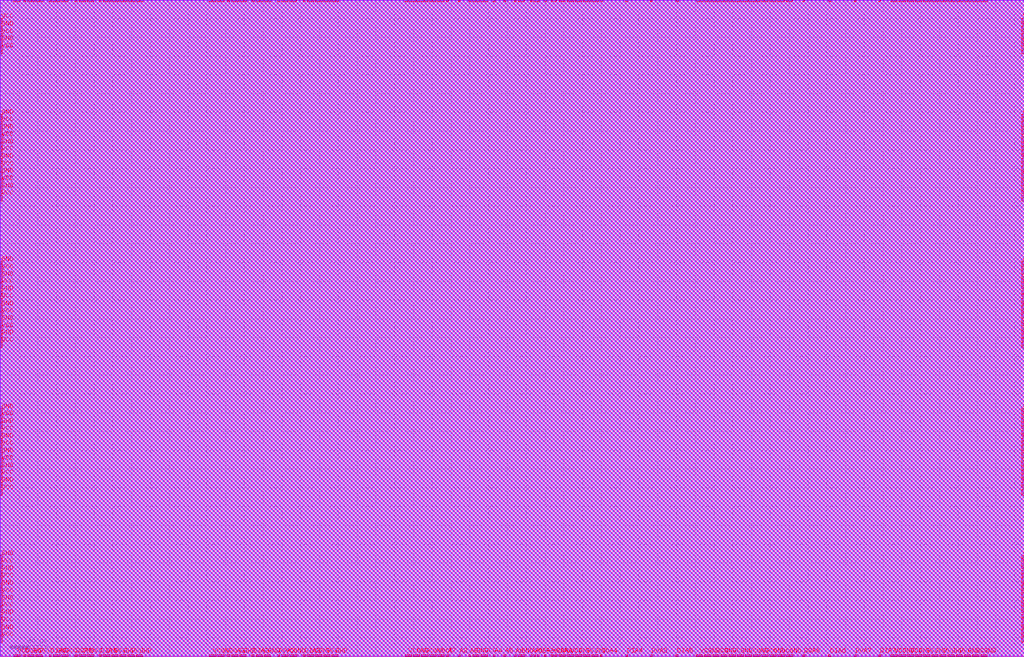
<source format=lef>
# 
#              Synchronous Dual Port SRAM Compiler 
# 
#                    UMC 0.18um Generic Logic Process 
#    __________________________________________________________________________
# 
# 
#      (C) Copyright 2002-2009 Faraday Technology Corp. All Rights Reserved.
#    
#    This source code is an unpublished work belongs to Faraday Technology
#    Corp.  It is considered a trade secret and is not to be divulged or
#    used by parties who have not received written authorization from
#    Faraday Technology Corp.
#    
#    Faraday's home page can be found at:
#    http://www.faraday-tech.com/
#   
#       Module Name      : W1024_B8_BM2
#       Words            : 1024
#       Bits             : 8
#       Byte-Write       : 1
#       Aspect Ratio     : 2
#       Output Loading   : 0.05  (pf)
#       Data Slew        : 0.02  (ns)
#       CK Slew          : 0.02  (ns)
#       Power Ring Width : 2  (um)
# 
# -----------------------------------------------------------------------------
# 
#       Library          : FSA0M_A
#       Memaker          : 200901.2.1
#       Date             : 2024/10/07 09:38:09
# 
# -----------------------------------------------------------------------------


NAMESCASESENSITIVE ON ;
MACRO W1024_B8_BM2
CLASS BLOCK ;
FOREIGN W1024_B8_BM2 0.000 0.000 ;
ORIGIN 0.000 0.000 ;
SIZE 544.980 BY 350.000 ;
SYMMETRY x y r90 ;
SITE core ;
PIN VCC
  DIRECTION INOUT ;
  USE POWER ;
  SHAPE ABUTMENT ;
 PORT
  LAYER ME5 ;
  RECT 543.860 336.900 544.980 340.140 ;
  LAYER ME4 ;
  RECT 543.860 336.900 544.980 340.140 ;
  LAYER ME3 ;
  RECT 543.860 336.900 544.980 340.140 ;
  LAYER ME2 ;
  RECT 543.860 336.900 544.980 340.140 ;
  LAYER ME1 ;
  RECT 543.860 336.900 544.980 340.140 ;
 END
 PORT
  LAYER ME5 ;
  RECT 543.860 329.060 544.980 332.300 ;
  LAYER ME4 ;
  RECT 543.860 329.060 544.980 332.300 ;
  LAYER ME3 ;
  RECT 543.860 329.060 544.980 332.300 ;
  LAYER ME2 ;
  RECT 543.860 329.060 544.980 332.300 ;
  LAYER ME1 ;
  RECT 543.860 329.060 544.980 332.300 ;
 END
 PORT
  LAYER ME5 ;
  RECT 543.860 321.220 544.980 324.460 ;
  LAYER ME4 ;
  RECT 543.860 321.220 544.980 324.460 ;
  LAYER ME3 ;
  RECT 543.860 321.220 544.980 324.460 ;
  LAYER ME2 ;
  RECT 543.860 321.220 544.980 324.460 ;
  LAYER ME1 ;
  RECT 543.860 321.220 544.980 324.460 ;
 END
 PORT
  LAYER ME5 ;
  RECT 543.860 282.020 544.980 285.260 ;
  LAYER ME4 ;
  RECT 543.860 282.020 544.980 285.260 ;
  LAYER ME3 ;
  RECT 543.860 282.020 544.980 285.260 ;
  LAYER ME2 ;
  RECT 543.860 282.020 544.980 285.260 ;
  LAYER ME1 ;
  RECT 543.860 282.020 544.980 285.260 ;
 END
 PORT
  LAYER ME5 ;
  RECT 543.860 274.180 544.980 277.420 ;
  LAYER ME4 ;
  RECT 543.860 274.180 544.980 277.420 ;
  LAYER ME3 ;
  RECT 543.860 274.180 544.980 277.420 ;
  LAYER ME2 ;
  RECT 543.860 274.180 544.980 277.420 ;
  LAYER ME1 ;
  RECT 543.860 274.180 544.980 277.420 ;
 END
 PORT
  LAYER ME5 ;
  RECT 543.860 266.340 544.980 269.580 ;
  LAYER ME4 ;
  RECT 543.860 266.340 544.980 269.580 ;
  LAYER ME3 ;
  RECT 543.860 266.340 544.980 269.580 ;
  LAYER ME2 ;
  RECT 543.860 266.340 544.980 269.580 ;
  LAYER ME1 ;
  RECT 543.860 266.340 544.980 269.580 ;
 END
 PORT
  LAYER ME5 ;
  RECT 543.860 258.500 544.980 261.740 ;
  LAYER ME4 ;
  RECT 543.860 258.500 544.980 261.740 ;
  LAYER ME3 ;
  RECT 543.860 258.500 544.980 261.740 ;
  LAYER ME2 ;
  RECT 543.860 258.500 544.980 261.740 ;
  LAYER ME1 ;
  RECT 543.860 258.500 544.980 261.740 ;
 END
 PORT
  LAYER ME5 ;
  RECT 543.860 250.660 544.980 253.900 ;
  LAYER ME4 ;
  RECT 543.860 250.660 544.980 253.900 ;
  LAYER ME3 ;
  RECT 543.860 250.660 544.980 253.900 ;
  LAYER ME2 ;
  RECT 543.860 250.660 544.980 253.900 ;
  LAYER ME1 ;
  RECT 543.860 250.660 544.980 253.900 ;
 END
 PORT
  LAYER ME5 ;
  RECT 543.860 242.820 544.980 246.060 ;
  LAYER ME4 ;
  RECT 543.860 242.820 544.980 246.060 ;
  LAYER ME3 ;
  RECT 543.860 242.820 544.980 246.060 ;
  LAYER ME2 ;
  RECT 543.860 242.820 544.980 246.060 ;
  LAYER ME1 ;
  RECT 543.860 242.820 544.980 246.060 ;
 END
 PORT
  LAYER ME5 ;
  RECT 543.860 203.620 544.980 206.860 ;
  LAYER ME4 ;
  RECT 543.860 203.620 544.980 206.860 ;
  LAYER ME3 ;
  RECT 543.860 203.620 544.980 206.860 ;
  LAYER ME2 ;
  RECT 543.860 203.620 544.980 206.860 ;
  LAYER ME1 ;
  RECT 543.860 203.620 544.980 206.860 ;
 END
 PORT
  LAYER ME5 ;
  RECT 543.860 195.780 544.980 199.020 ;
  LAYER ME4 ;
  RECT 543.860 195.780 544.980 199.020 ;
  LAYER ME3 ;
  RECT 543.860 195.780 544.980 199.020 ;
  LAYER ME2 ;
  RECT 543.860 195.780 544.980 199.020 ;
  LAYER ME1 ;
  RECT 543.860 195.780 544.980 199.020 ;
 END
 PORT
  LAYER ME5 ;
  RECT 543.860 187.940 544.980 191.180 ;
  LAYER ME4 ;
  RECT 543.860 187.940 544.980 191.180 ;
  LAYER ME3 ;
  RECT 543.860 187.940 544.980 191.180 ;
  LAYER ME2 ;
  RECT 543.860 187.940 544.980 191.180 ;
  LAYER ME1 ;
  RECT 543.860 187.940 544.980 191.180 ;
 END
 PORT
  LAYER ME5 ;
  RECT 543.860 180.100 544.980 183.340 ;
  LAYER ME4 ;
  RECT 543.860 180.100 544.980 183.340 ;
  LAYER ME3 ;
  RECT 543.860 180.100 544.980 183.340 ;
  LAYER ME2 ;
  RECT 543.860 180.100 544.980 183.340 ;
  LAYER ME1 ;
  RECT 543.860 180.100 544.980 183.340 ;
 END
 PORT
  LAYER ME5 ;
  RECT 543.860 172.260 544.980 175.500 ;
  LAYER ME4 ;
  RECT 543.860 172.260 544.980 175.500 ;
  LAYER ME3 ;
  RECT 543.860 172.260 544.980 175.500 ;
  LAYER ME2 ;
  RECT 543.860 172.260 544.980 175.500 ;
  LAYER ME1 ;
  RECT 543.860 172.260 544.980 175.500 ;
 END
 PORT
  LAYER ME5 ;
  RECT 543.860 164.420 544.980 167.660 ;
  LAYER ME4 ;
  RECT 543.860 164.420 544.980 167.660 ;
  LAYER ME3 ;
  RECT 543.860 164.420 544.980 167.660 ;
  LAYER ME2 ;
  RECT 543.860 164.420 544.980 167.660 ;
  LAYER ME1 ;
  RECT 543.860 164.420 544.980 167.660 ;
 END
 PORT
  LAYER ME5 ;
  RECT 543.860 125.220 544.980 128.460 ;
  LAYER ME4 ;
  RECT 543.860 125.220 544.980 128.460 ;
  LAYER ME3 ;
  RECT 543.860 125.220 544.980 128.460 ;
  LAYER ME2 ;
  RECT 543.860 125.220 544.980 128.460 ;
  LAYER ME1 ;
  RECT 543.860 125.220 544.980 128.460 ;
 END
 PORT
  LAYER ME5 ;
  RECT 543.860 117.380 544.980 120.620 ;
  LAYER ME4 ;
  RECT 543.860 117.380 544.980 120.620 ;
  LAYER ME3 ;
  RECT 543.860 117.380 544.980 120.620 ;
  LAYER ME2 ;
  RECT 543.860 117.380 544.980 120.620 ;
  LAYER ME1 ;
  RECT 543.860 117.380 544.980 120.620 ;
 END
 PORT
  LAYER ME5 ;
  RECT 543.860 109.540 544.980 112.780 ;
  LAYER ME4 ;
  RECT 543.860 109.540 544.980 112.780 ;
  LAYER ME3 ;
  RECT 543.860 109.540 544.980 112.780 ;
  LAYER ME2 ;
  RECT 543.860 109.540 544.980 112.780 ;
  LAYER ME1 ;
  RECT 543.860 109.540 544.980 112.780 ;
 END
 PORT
  LAYER ME5 ;
  RECT 543.860 101.700 544.980 104.940 ;
  LAYER ME4 ;
  RECT 543.860 101.700 544.980 104.940 ;
  LAYER ME3 ;
  RECT 543.860 101.700 544.980 104.940 ;
  LAYER ME2 ;
  RECT 543.860 101.700 544.980 104.940 ;
  LAYER ME1 ;
  RECT 543.860 101.700 544.980 104.940 ;
 END
 PORT
  LAYER ME5 ;
  RECT 543.860 93.860 544.980 97.100 ;
  LAYER ME4 ;
  RECT 543.860 93.860 544.980 97.100 ;
  LAYER ME3 ;
  RECT 543.860 93.860 544.980 97.100 ;
  LAYER ME2 ;
  RECT 543.860 93.860 544.980 97.100 ;
  LAYER ME1 ;
  RECT 543.860 93.860 544.980 97.100 ;
 END
 PORT
  LAYER ME5 ;
  RECT 543.860 86.020 544.980 89.260 ;
  LAYER ME4 ;
  RECT 543.860 86.020 544.980 89.260 ;
  LAYER ME3 ;
  RECT 543.860 86.020 544.980 89.260 ;
  LAYER ME2 ;
  RECT 543.860 86.020 544.980 89.260 ;
  LAYER ME1 ;
  RECT 543.860 86.020 544.980 89.260 ;
 END
 PORT
  LAYER ME5 ;
  RECT 543.860 46.820 544.980 50.060 ;
  LAYER ME4 ;
  RECT 543.860 46.820 544.980 50.060 ;
  LAYER ME3 ;
  RECT 543.860 46.820 544.980 50.060 ;
  LAYER ME2 ;
  RECT 543.860 46.820 544.980 50.060 ;
  LAYER ME1 ;
  RECT 543.860 46.820 544.980 50.060 ;
 END
 PORT
  LAYER ME5 ;
  RECT 543.860 38.980 544.980 42.220 ;
  LAYER ME4 ;
  RECT 543.860 38.980 544.980 42.220 ;
  LAYER ME3 ;
  RECT 543.860 38.980 544.980 42.220 ;
  LAYER ME2 ;
  RECT 543.860 38.980 544.980 42.220 ;
  LAYER ME1 ;
  RECT 543.860 38.980 544.980 42.220 ;
 END
 PORT
  LAYER ME5 ;
  RECT 543.860 31.140 544.980 34.380 ;
  LAYER ME4 ;
  RECT 543.860 31.140 544.980 34.380 ;
  LAYER ME3 ;
  RECT 543.860 31.140 544.980 34.380 ;
  LAYER ME2 ;
  RECT 543.860 31.140 544.980 34.380 ;
  LAYER ME1 ;
  RECT 543.860 31.140 544.980 34.380 ;
 END
 PORT
  LAYER ME5 ;
  RECT 543.860 23.300 544.980 26.540 ;
  LAYER ME4 ;
  RECT 543.860 23.300 544.980 26.540 ;
  LAYER ME3 ;
  RECT 543.860 23.300 544.980 26.540 ;
  LAYER ME2 ;
  RECT 543.860 23.300 544.980 26.540 ;
  LAYER ME1 ;
  RECT 543.860 23.300 544.980 26.540 ;
 END
 PORT
  LAYER ME5 ;
  RECT 543.860 15.460 544.980 18.700 ;
  LAYER ME4 ;
  RECT 543.860 15.460 544.980 18.700 ;
  LAYER ME3 ;
  RECT 543.860 15.460 544.980 18.700 ;
  LAYER ME2 ;
  RECT 543.860 15.460 544.980 18.700 ;
  LAYER ME1 ;
  RECT 543.860 15.460 544.980 18.700 ;
 END
 PORT
  LAYER ME5 ;
  RECT 543.860 7.620 544.980 10.860 ;
  LAYER ME4 ;
  RECT 543.860 7.620 544.980 10.860 ;
  LAYER ME3 ;
  RECT 543.860 7.620 544.980 10.860 ;
  LAYER ME2 ;
  RECT 543.860 7.620 544.980 10.860 ;
  LAYER ME1 ;
  RECT 543.860 7.620 544.980 10.860 ;
 END
 PORT
  LAYER ME5 ;
  RECT 0.000 336.900 1.120 340.140 ;
  LAYER ME4 ;
  RECT 0.000 336.900 1.120 340.140 ;
  LAYER ME3 ;
  RECT 0.000 336.900 1.120 340.140 ;
  LAYER ME2 ;
  RECT 0.000 336.900 1.120 340.140 ;
  LAYER ME1 ;
  RECT 0.000 336.900 1.120 340.140 ;
 END
 PORT
  LAYER ME5 ;
  RECT 0.000 329.060 1.120 332.300 ;
  LAYER ME4 ;
  RECT 0.000 329.060 1.120 332.300 ;
  LAYER ME3 ;
  RECT 0.000 329.060 1.120 332.300 ;
  LAYER ME2 ;
  RECT 0.000 329.060 1.120 332.300 ;
  LAYER ME1 ;
  RECT 0.000 329.060 1.120 332.300 ;
 END
 PORT
  LAYER ME5 ;
  RECT 0.000 321.220 1.120 324.460 ;
  LAYER ME4 ;
  RECT 0.000 321.220 1.120 324.460 ;
  LAYER ME3 ;
  RECT 0.000 321.220 1.120 324.460 ;
  LAYER ME2 ;
  RECT 0.000 321.220 1.120 324.460 ;
  LAYER ME1 ;
  RECT 0.000 321.220 1.120 324.460 ;
 END
 PORT
  LAYER ME5 ;
  RECT 0.000 282.020 1.120 285.260 ;
  LAYER ME4 ;
  RECT 0.000 282.020 1.120 285.260 ;
  LAYER ME3 ;
  RECT 0.000 282.020 1.120 285.260 ;
  LAYER ME2 ;
  RECT 0.000 282.020 1.120 285.260 ;
  LAYER ME1 ;
  RECT 0.000 282.020 1.120 285.260 ;
 END
 PORT
  LAYER ME5 ;
  RECT 0.000 274.180 1.120 277.420 ;
  LAYER ME4 ;
  RECT 0.000 274.180 1.120 277.420 ;
  LAYER ME3 ;
  RECT 0.000 274.180 1.120 277.420 ;
  LAYER ME2 ;
  RECT 0.000 274.180 1.120 277.420 ;
  LAYER ME1 ;
  RECT 0.000 274.180 1.120 277.420 ;
 END
 PORT
  LAYER ME5 ;
  RECT 0.000 266.340 1.120 269.580 ;
  LAYER ME4 ;
  RECT 0.000 266.340 1.120 269.580 ;
  LAYER ME3 ;
  RECT 0.000 266.340 1.120 269.580 ;
  LAYER ME2 ;
  RECT 0.000 266.340 1.120 269.580 ;
  LAYER ME1 ;
  RECT 0.000 266.340 1.120 269.580 ;
 END
 PORT
  LAYER ME5 ;
  RECT 0.000 258.500 1.120 261.740 ;
  LAYER ME4 ;
  RECT 0.000 258.500 1.120 261.740 ;
  LAYER ME3 ;
  RECT 0.000 258.500 1.120 261.740 ;
  LAYER ME2 ;
  RECT 0.000 258.500 1.120 261.740 ;
  LAYER ME1 ;
  RECT 0.000 258.500 1.120 261.740 ;
 END
 PORT
  LAYER ME5 ;
  RECT 0.000 250.660 1.120 253.900 ;
  LAYER ME4 ;
  RECT 0.000 250.660 1.120 253.900 ;
  LAYER ME3 ;
  RECT 0.000 250.660 1.120 253.900 ;
  LAYER ME2 ;
  RECT 0.000 250.660 1.120 253.900 ;
  LAYER ME1 ;
  RECT 0.000 250.660 1.120 253.900 ;
 END
 PORT
  LAYER ME5 ;
  RECT 0.000 242.820 1.120 246.060 ;
  LAYER ME4 ;
  RECT 0.000 242.820 1.120 246.060 ;
  LAYER ME3 ;
  RECT 0.000 242.820 1.120 246.060 ;
  LAYER ME2 ;
  RECT 0.000 242.820 1.120 246.060 ;
  LAYER ME1 ;
  RECT 0.000 242.820 1.120 246.060 ;
 END
 PORT
  LAYER ME5 ;
  RECT 0.000 203.620 1.120 206.860 ;
  LAYER ME4 ;
  RECT 0.000 203.620 1.120 206.860 ;
  LAYER ME3 ;
  RECT 0.000 203.620 1.120 206.860 ;
  LAYER ME2 ;
  RECT 0.000 203.620 1.120 206.860 ;
  LAYER ME1 ;
  RECT 0.000 203.620 1.120 206.860 ;
 END
 PORT
  LAYER ME5 ;
  RECT 0.000 195.780 1.120 199.020 ;
  LAYER ME4 ;
  RECT 0.000 195.780 1.120 199.020 ;
  LAYER ME3 ;
  RECT 0.000 195.780 1.120 199.020 ;
  LAYER ME2 ;
  RECT 0.000 195.780 1.120 199.020 ;
  LAYER ME1 ;
  RECT 0.000 195.780 1.120 199.020 ;
 END
 PORT
  LAYER ME5 ;
  RECT 0.000 187.940 1.120 191.180 ;
  LAYER ME4 ;
  RECT 0.000 187.940 1.120 191.180 ;
  LAYER ME3 ;
  RECT 0.000 187.940 1.120 191.180 ;
  LAYER ME2 ;
  RECT 0.000 187.940 1.120 191.180 ;
  LAYER ME1 ;
  RECT 0.000 187.940 1.120 191.180 ;
 END
 PORT
  LAYER ME5 ;
  RECT 0.000 180.100 1.120 183.340 ;
  LAYER ME4 ;
  RECT 0.000 180.100 1.120 183.340 ;
  LAYER ME3 ;
  RECT 0.000 180.100 1.120 183.340 ;
  LAYER ME2 ;
  RECT 0.000 180.100 1.120 183.340 ;
  LAYER ME1 ;
  RECT 0.000 180.100 1.120 183.340 ;
 END
 PORT
  LAYER ME5 ;
  RECT 0.000 172.260 1.120 175.500 ;
  LAYER ME4 ;
  RECT 0.000 172.260 1.120 175.500 ;
  LAYER ME3 ;
  RECT 0.000 172.260 1.120 175.500 ;
  LAYER ME2 ;
  RECT 0.000 172.260 1.120 175.500 ;
  LAYER ME1 ;
  RECT 0.000 172.260 1.120 175.500 ;
 END
 PORT
  LAYER ME5 ;
  RECT 0.000 164.420 1.120 167.660 ;
  LAYER ME4 ;
  RECT 0.000 164.420 1.120 167.660 ;
  LAYER ME3 ;
  RECT 0.000 164.420 1.120 167.660 ;
  LAYER ME2 ;
  RECT 0.000 164.420 1.120 167.660 ;
  LAYER ME1 ;
  RECT 0.000 164.420 1.120 167.660 ;
 END
 PORT
  LAYER ME5 ;
  RECT 0.000 125.220 1.120 128.460 ;
  LAYER ME4 ;
  RECT 0.000 125.220 1.120 128.460 ;
  LAYER ME3 ;
  RECT 0.000 125.220 1.120 128.460 ;
  LAYER ME2 ;
  RECT 0.000 125.220 1.120 128.460 ;
  LAYER ME1 ;
  RECT 0.000 125.220 1.120 128.460 ;
 END
 PORT
  LAYER ME5 ;
  RECT 0.000 117.380 1.120 120.620 ;
  LAYER ME4 ;
  RECT 0.000 117.380 1.120 120.620 ;
  LAYER ME3 ;
  RECT 0.000 117.380 1.120 120.620 ;
  LAYER ME2 ;
  RECT 0.000 117.380 1.120 120.620 ;
  LAYER ME1 ;
  RECT 0.000 117.380 1.120 120.620 ;
 END
 PORT
  LAYER ME5 ;
  RECT 0.000 109.540 1.120 112.780 ;
  LAYER ME4 ;
  RECT 0.000 109.540 1.120 112.780 ;
  LAYER ME3 ;
  RECT 0.000 109.540 1.120 112.780 ;
  LAYER ME2 ;
  RECT 0.000 109.540 1.120 112.780 ;
  LAYER ME1 ;
  RECT 0.000 109.540 1.120 112.780 ;
 END
 PORT
  LAYER ME5 ;
  RECT 0.000 101.700 1.120 104.940 ;
  LAYER ME4 ;
  RECT 0.000 101.700 1.120 104.940 ;
  LAYER ME3 ;
  RECT 0.000 101.700 1.120 104.940 ;
  LAYER ME2 ;
  RECT 0.000 101.700 1.120 104.940 ;
  LAYER ME1 ;
  RECT 0.000 101.700 1.120 104.940 ;
 END
 PORT
  LAYER ME5 ;
  RECT 0.000 93.860 1.120 97.100 ;
  LAYER ME4 ;
  RECT 0.000 93.860 1.120 97.100 ;
  LAYER ME3 ;
  RECT 0.000 93.860 1.120 97.100 ;
  LAYER ME2 ;
  RECT 0.000 93.860 1.120 97.100 ;
  LAYER ME1 ;
  RECT 0.000 93.860 1.120 97.100 ;
 END
 PORT
  LAYER ME5 ;
  RECT 0.000 86.020 1.120 89.260 ;
  LAYER ME4 ;
  RECT 0.000 86.020 1.120 89.260 ;
  LAYER ME3 ;
  RECT 0.000 86.020 1.120 89.260 ;
  LAYER ME2 ;
  RECT 0.000 86.020 1.120 89.260 ;
  LAYER ME1 ;
  RECT 0.000 86.020 1.120 89.260 ;
 END
 PORT
  LAYER ME5 ;
  RECT 0.000 46.820 1.120 50.060 ;
  LAYER ME4 ;
  RECT 0.000 46.820 1.120 50.060 ;
  LAYER ME3 ;
  RECT 0.000 46.820 1.120 50.060 ;
  LAYER ME2 ;
  RECT 0.000 46.820 1.120 50.060 ;
  LAYER ME1 ;
  RECT 0.000 46.820 1.120 50.060 ;
 END
 PORT
  LAYER ME5 ;
  RECT 0.000 38.980 1.120 42.220 ;
  LAYER ME4 ;
  RECT 0.000 38.980 1.120 42.220 ;
  LAYER ME3 ;
  RECT 0.000 38.980 1.120 42.220 ;
  LAYER ME2 ;
  RECT 0.000 38.980 1.120 42.220 ;
  LAYER ME1 ;
  RECT 0.000 38.980 1.120 42.220 ;
 END
 PORT
  LAYER ME5 ;
  RECT 0.000 31.140 1.120 34.380 ;
  LAYER ME4 ;
  RECT 0.000 31.140 1.120 34.380 ;
  LAYER ME3 ;
  RECT 0.000 31.140 1.120 34.380 ;
  LAYER ME2 ;
  RECT 0.000 31.140 1.120 34.380 ;
  LAYER ME1 ;
  RECT 0.000 31.140 1.120 34.380 ;
 END
 PORT
  LAYER ME5 ;
  RECT 0.000 23.300 1.120 26.540 ;
  LAYER ME4 ;
  RECT 0.000 23.300 1.120 26.540 ;
  LAYER ME3 ;
  RECT 0.000 23.300 1.120 26.540 ;
  LAYER ME2 ;
  RECT 0.000 23.300 1.120 26.540 ;
  LAYER ME1 ;
  RECT 0.000 23.300 1.120 26.540 ;
 END
 PORT
  LAYER ME5 ;
  RECT 0.000 15.460 1.120 18.700 ;
  LAYER ME4 ;
  RECT 0.000 15.460 1.120 18.700 ;
  LAYER ME3 ;
  RECT 0.000 15.460 1.120 18.700 ;
  LAYER ME2 ;
  RECT 0.000 15.460 1.120 18.700 ;
  LAYER ME1 ;
  RECT 0.000 15.460 1.120 18.700 ;
 END
 PORT
  LAYER ME5 ;
  RECT 0.000 7.620 1.120 10.860 ;
  LAYER ME4 ;
  RECT 0.000 7.620 1.120 10.860 ;
  LAYER ME3 ;
  RECT 0.000 7.620 1.120 10.860 ;
  LAYER ME2 ;
  RECT 0.000 7.620 1.120 10.860 ;
  LAYER ME1 ;
  RECT 0.000 7.620 1.120 10.860 ;
 END
 PORT
  LAYER ME5 ;
  RECT 517.480 348.880 521.020 350.000 ;
  LAYER ME4 ;
  RECT 517.480 348.880 521.020 350.000 ;
  LAYER ME3 ;
  RECT 517.480 348.880 521.020 350.000 ;
  LAYER ME2 ;
  RECT 517.480 348.880 521.020 350.000 ;
  LAYER ME1 ;
  RECT 517.480 348.880 521.020 350.000 ;
 END
 PORT
  LAYER ME5 ;
  RECT 508.800 348.880 512.340 350.000 ;
  LAYER ME4 ;
  RECT 508.800 348.880 512.340 350.000 ;
  LAYER ME3 ;
  RECT 508.800 348.880 512.340 350.000 ;
  LAYER ME2 ;
  RECT 508.800 348.880 512.340 350.000 ;
  LAYER ME1 ;
  RECT 508.800 348.880 512.340 350.000 ;
 END
 PORT
  LAYER ME5 ;
  RECT 500.120 348.880 503.660 350.000 ;
  LAYER ME4 ;
  RECT 500.120 348.880 503.660 350.000 ;
  LAYER ME3 ;
  RECT 500.120 348.880 503.660 350.000 ;
  LAYER ME2 ;
  RECT 500.120 348.880 503.660 350.000 ;
  LAYER ME1 ;
  RECT 500.120 348.880 503.660 350.000 ;
 END
 PORT
  LAYER ME5 ;
  RECT 491.440 348.880 494.980 350.000 ;
  LAYER ME4 ;
  RECT 491.440 348.880 494.980 350.000 ;
  LAYER ME3 ;
  RECT 491.440 348.880 494.980 350.000 ;
  LAYER ME2 ;
  RECT 491.440 348.880 494.980 350.000 ;
  LAYER ME1 ;
  RECT 491.440 348.880 494.980 350.000 ;
 END
 PORT
  LAYER ME5 ;
  RECT 482.760 348.880 486.300 350.000 ;
  LAYER ME4 ;
  RECT 482.760 348.880 486.300 350.000 ;
  LAYER ME3 ;
  RECT 482.760 348.880 486.300 350.000 ;
  LAYER ME2 ;
  RECT 482.760 348.880 486.300 350.000 ;
  LAYER ME1 ;
  RECT 482.760 348.880 486.300 350.000 ;
 END
 PORT
  LAYER ME5 ;
  RECT 474.080 348.880 477.620 350.000 ;
  LAYER ME4 ;
  RECT 474.080 348.880 477.620 350.000 ;
  LAYER ME3 ;
  RECT 474.080 348.880 477.620 350.000 ;
  LAYER ME2 ;
  RECT 474.080 348.880 477.620 350.000 ;
  LAYER ME1 ;
  RECT 474.080 348.880 477.620 350.000 ;
 END
 PORT
  LAYER ME5 ;
  RECT 413.940 348.880 417.480 350.000 ;
  LAYER ME4 ;
  RECT 413.940 348.880 417.480 350.000 ;
  LAYER ME3 ;
  RECT 413.940 348.880 417.480 350.000 ;
  LAYER ME2 ;
  RECT 413.940 348.880 417.480 350.000 ;
  LAYER ME1 ;
  RECT 413.940 348.880 417.480 350.000 ;
 END
 PORT
  LAYER ME5 ;
  RECT 405.260 348.880 408.800 350.000 ;
  LAYER ME4 ;
  RECT 405.260 348.880 408.800 350.000 ;
  LAYER ME3 ;
  RECT 405.260 348.880 408.800 350.000 ;
  LAYER ME2 ;
  RECT 405.260 348.880 408.800 350.000 ;
  LAYER ME1 ;
  RECT 405.260 348.880 408.800 350.000 ;
 END
 PORT
  LAYER ME5 ;
  RECT 396.580 348.880 400.120 350.000 ;
  LAYER ME4 ;
  RECT 396.580 348.880 400.120 350.000 ;
  LAYER ME3 ;
  RECT 396.580 348.880 400.120 350.000 ;
  LAYER ME2 ;
  RECT 396.580 348.880 400.120 350.000 ;
  LAYER ME1 ;
  RECT 396.580 348.880 400.120 350.000 ;
 END
 PORT
  LAYER ME5 ;
  RECT 387.900 348.880 391.440 350.000 ;
  LAYER ME4 ;
  RECT 387.900 348.880 391.440 350.000 ;
  LAYER ME3 ;
  RECT 387.900 348.880 391.440 350.000 ;
  LAYER ME2 ;
  RECT 387.900 348.880 391.440 350.000 ;
  LAYER ME1 ;
  RECT 387.900 348.880 391.440 350.000 ;
 END
 PORT
  LAYER ME5 ;
  RECT 379.220 348.880 382.760 350.000 ;
  LAYER ME4 ;
  RECT 379.220 348.880 382.760 350.000 ;
  LAYER ME3 ;
  RECT 379.220 348.880 382.760 350.000 ;
  LAYER ME2 ;
  RECT 379.220 348.880 382.760 350.000 ;
  LAYER ME1 ;
  RECT 379.220 348.880 382.760 350.000 ;
 END
 PORT
  LAYER ME5 ;
  RECT 370.540 348.880 374.080 350.000 ;
  LAYER ME4 ;
  RECT 370.540 348.880 374.080 350.000 ;
  LAYER ME3 ;
  RECT 370.540 348.880 374.080 350.000 ;
  LAYER ME2 ;
  RECT 370.540 348.880 374.080 350.000 ;
  LAYER ME1 ;
  RECT 370.540 348.880 374.080 350.000 ;
 END
 PORT
  LAYER ME5 ;
  RECT 310.400 348.880 313.940 350.000 ;
  LAYER ME4 ;
  RECT 310.400 348.880 313.940 350.000 ;
  LAYER ME3 ;
  RECT 310.400 348.880 313.940 350.000 ;
  LAYER ME2 ;
  RECT 310.400 348.880 313.940 350.000 ;
  LAYER ME1 ;
  RECT 310.400 348.880 313.940 350.000 ;
 END
 PORT
  LAYER ME5 ;
  RECT 301.720 348.880 305.260 350.000 ;
  LAYER ME4 ;
  RECT 301.720 348.880 305.260 350.000 ;
  LAYER ME3 ;
  RECT 301.720 348.880 305.260 350.000 ;
  LAYER ME2 ;
  RECT 301.720 348.880 305.260 350.000 ;
  LAYER ME1 ;
  RECT 301.720 348.880 305.260 350.000 ;
 END
 PORT
  LAYER ME5 ;
  RECT 255.840 348.880 259.380 350.000 ;
  LAYER ME4 ;
  RECT 255.840 348.880 259.380 350.000 ;
  LAYER ME3 ;
  RECT 255.840 348.880 259.380 350.000 ;
  LAYER ME2 ;
  RECT 255.840 348.880 259.380 350.000 ;
  LAYER ME1 ;
  RECT 255.840 348.880 259.380 350.000 ;
 END
 PORT
  LAYER ME5 ;
  RECT 232.900 348.880 236.440 350.000 ;
  LAYER ME4 ;
  RECT 232.900 348.880 236.440 350.000 ;
  LAYER ME3 ;
  RECT 232.900 348.880 236.440 350.000 ;
  LAYER ME2 ;
  RECT 232.900 348.880 236.440 350.000 ;
  LAYER ME1 ;
  RECT 232.900 348.880 236.440 350.000 ;
 END
 PORT
  LAYER ME5 ;
  RECT 224.220 348.880 227.760 350.000 ;
  LAYER ME4 ;
  RECT 224.220 348.880 227.760 350.000 ;
  LAYER ME3 ;
  RECT 224.220 348.880 227.760 350.000 ;
  LAYER ME2 ;
  RECT 224.220 348.880 227.760 350.000 ;
  LAYER ME1 ;
  RECT 224.220 348.880 227.760 350.000 ;
 END
 PORT
  LAYER ME5 ;
  RECT 215.540 348.880 219.080 350.000 ;
  LAYER ME4 ;
  RECT 215.540 348.880 219.080 350.000 ;
  LAYER ME3 ;
  RECT 215.540 348.880 219.080 350.000 ;
  LAYER ME2 ;
  RECT 215.540 348.880 219.080 350.000 ;
  LAYER ME1 ;
  RECT 215.540 348.880 219.080 350.000 ;
 END
 PORT
  LAYER ME5 ;
  RECT 172.140 348.880 175.680 350.000 ;
  LAYER ME4 ;
  RECT 172.140 348.880 175.680 350.000 ;
  LAYER ME3 ;
  RECT 172.140 348.880 175.680 350.000 ;
  LAYER ME2 ;
  RECT 172.140 348.880 175.680 350.000 ;
  LAYER ME1 ;
  RECT 172.140 348.880 175.680 350.000 ;
 END
 PORT
  LAYER ME5 ;
  RECT 163.460 348.880 167.000 350.000 ;
  LAYER ME4 ;
  RECT 163.460 348.880 167.000 350.000 ;
  LAYER ME3 ;
  RECT 163.460 348.880 167.000 350.000 ;
  LAYER ME2 ;
  RECT 163.460 348.880 167.000 350.000 ;
  LAYER ME1 ;
  RECT 163.460 348.880 167.000 350.000 ;
 END
 PORT
  LAYER ME5 ;
  RECT 149.820 348.880 153.360 350.000 ;
  LAYER ME4 ;
  RECT 149.820 348.880 153.360 350.000 ;
  LAYER ME3 ;
  RECT 149.820 348.880 153.360 350.000 ;
  LAYER ME2 ;
  RECT 149.820 348.880 153.360 350.000 ;
  LAYER ME1 ;
  RECT 149.820 348.880 153.360 350.000 ;
 END
 PORT
  LAYER ME5 ;
  RECT 136.180 348.880 139.720 350.000 ;
  LAYER ME4 ;
  RECT 136.180 348.880 139.720 350.000 ;
  LAYER ME3 ;
  RECT 136.180 348.880 139.720 350.000 ;
  LAYER ME2 ;
  RECT 136.180 348.880 139.720 350.000 ;
  LAYER ME1 ;
  RECT 136.180 348.880 139.720 350.000 ;
 END
 PORT
  LAYER ME5 ;
  RECT 123.160 348.880 126.700 350.000 ;
  LAYER ME4 ;
  RECT 123.160 348.880 126.700 350.000 ;
  LAYER ME3 ;
  RECT 123.160 348.880 126.700 350.000 ;
  LAYER ME2 ;
  RECT 123.160 348.880 126.700 350.000 ;
  LAYER ME1 ;
  RECT 123.160 348.880 126.700 350.000 ;
 END
 PORT
  LAYER ME5 ;
  RECT 111.380 348.880 114.920 350.000 ;
  LAYER ME4 ;
  RECT 111.380 348.880 114.920 350.000 ;
  LAYER ME3 ;
  RECT 111.380 348.880 114.920 350.000 ;
  LAYER ME2 ;
  RECT 111.380 348.880 114.920 350.000 ;
  LAYER ME1 ;
  RECT 111.380 348.880 114.920 350.000 ;
 END
 PORT
  LAYER ME5 ;
  RECT 67.980 348.880 71.520 350.000 ;
  LAYER ME4 ;
  RECT 67.980 348.880 71.520 350.000 ;
  LAYER ME3 ;
  RECT 67.980 348.880 71.520 350.000 ;
  LAYER ME2 ;
  RECT 67.980 348.880 71.520 350.000 ;
  LAYER ME1 ;
  RECT 67.980 348.880 71.520 350.000 ;
 END
 PORT
  LAYER ME5 ;
  RECT 59.300 348.880 62.840 350.000 ;
  LAYER ME4 ;
  RECT 59.300 348.880 62.840 350.000 ;
  LAYER ME3 ;
  RECT 59.300 348.880 62.840 350.000 ;
  LAYER ME2 ;
  RECT 59.300 348.880 62.840 350.000 ;
  LAYER ME1 ;
  RECT 59.300 348.880 62.840 350.000 ;
 END
 PORT
  LAYER ME5 ;
  RECT 46.280 348.880 49.820 350.000 ;
  LAYER ME4 ;
  RECT 46.280 348.880 49.820 350.000 ;
  LAYER ME3 ;
  RECT 46.280 348.880 49.820 350.000 ;
  LAYER ME2 ;
  RECT 46.280 348.880 49.820 350.000 ;
  LAYER ME1 ;
  RECT 46.280 348.880 49.820 350.000 ;
 END
 PORT
  LAYER ME5 ;
  RECT 32.640 348.880 36.180 350.000 ;
  LAYER ME4 ;
  RECT 32.640 348.880 36.180 350.000 ;
  LAYER ME3 ;
  RECT 32.640 348.880 36.180 350.000 ;
  LAYER ME2 ;
  RECT 32.640 348.880 36.180 350.000 ;
  LAYER ME1 ;
  RECT 32.640 348.880 36.180 350.000 ;
 END
 PORT
  LAYER ME5 ;
  RECT 19.000 348.880 22.540 350.000 ;
  LAYER ME4 ;
  RECT 19.000 348.880 22.540 350.000 ;
  LAYER ME3 ;
  RECT 19.000 348.880 22.540 350.000 ;
  LAYER ME2 ;
  RECT 19.000 348.880 22.540 350.000 ;
  LAYER ME1 ;
  RECT 19.000 348.880 22.540 350.000 ;
 END
 PORT
  LAYER ME5 ;
  RECT 7.220 348.880 10.760 350.000 ;
  LAYER ME4 ;
  RECT 7.220 348.880 10.760 350.000 ;
  LAYER ME3 ;
  RECT 7.220 348.880 10.760 350.000 ;
  LAYER ME2 ;
  RECT 7.220 348.880 10.760 350.000 ;
  LAYER ME1 ;
  RECT 7.220 348.880 10.760 350.000 ;
 END
 PORT
  LAYER ME5 ;
  RECT 517.480 0.000 521.020 1.120 ;
  LAYER ME4 ;
  RECT 517.480 0.000 521.020 1.120 ;
  LAYER ME3 ;
  RECT 517.480 0.000 521.020 1.120 ;
  LAYER ME2 ;
  RECT 517.480 0.000 521.020 1.120 ;
  LAYER ME1 ;
  RECT 517.480 0.000 521.020 1.120 ;
 END
 PORT
  LAYER ME5 ;
  RECT 508.800 0.000 512.340 1.120 ;
  LAYER ME4 ;
  RECT 508.800 0.000 512.340 1.120 ;
  LAYER ME3 ;
  RECT 508.800 0.000 512.340 1.120 ;
  LAYER ME2 ;
  RECT 508.800 0.000 512.340 1.120 ;
  LAYER ME1 ;
  RECT 508.800 0.000 512.340 1.120 ;
 END
 PORT
  LAYER ME5 ;
  RECT 500.120 0.000 503.660 1.120 ;
  LAYER ME4 ;
  RECT 500.120 0.000 503.660 1.120 ;
  LAYER ME3 ;
  RECT 500.120 0.000 503.660 1.120 ;
  LAYER ME2 ;
  RECT 500.120 0.000 503.660 1.120 ;
  LAYER ME1 ;
  RECT 500.120 0.000 503.660 1.120 ;
 END
 PORT
  LAYER ME5 ;
  RECT 491.440 0.000 494.980 1.120 ;
  LAYER ME4 ;
  RECT 491.440 0.000 494.980 1.120 ;
  LAYER ME3 ;
  RECT 491.440 0.000 494.980 1.120 ;
  LAYER ME2 ;
  RECT 491.440 0.000 494.980 1.120 ;
  LAYER ME1 ;
  RECT 491.440 0.000 494.980 1.120 ;
 END
 PORT
  LAYER ME5 ;
  RECT 482.760 0.000 486.300 1.120 ;
  LAYER ME4 ;
  RECT 482.760 0.000 486.300 1.120 ;
  LAYER ME3 ;
  RECT 482.760 0.000 486.300 1.120 ;
  LAYER ME2 ;
  RECT 482.760 0.000 486.300 1.120 ;
  LAYER ME1 ;
  RECT 482.760 0.000 486.300 1.120 ;
 END
 PORT
  LAYER ME5 ;
  RECT 474.080 0.000 477.620 1.120 ;
  LAYER ME4 ;
  RECT 474.080 0.000 477.620 1.120 ;
  LAYER ME3 ;
  RECT 474.080 0.000 477.620 1.120 ;
  LAYER ME2 ;
  RECT 474.080 0.000 477.620 1.120 ;
  LAYER ME1 ;
  RECT 474.080 0.000 477.620 1.120 ;
 END
 PORT
  LAYER ME5 ;
  RECT 413.940 0.000 417.480 1.120 ;
  LAYER ME4 ;
  RECT 413.940 0.000 417.480 1.120 ;
  LAYER ME3 ;
  RECT 413.940 0.000 417.480 1.120 ;
  LAYER ME2 ;
  RECT 413.940 0.000 417.480 1.120 ;
  LAYER ME1 ;
  RECT 413.940 0.000 417.480 1.120 ;
 END
 PORT
  LAYER ME5 ;
  RECT 405.260 0.000 408.800 1.120 ;
  LAYER ME4 ;
  RECT 405.260 0.000 408.800 1.120 ;
  LAYER ME3 ;
  RECT 405.260 0.000 408.800 1.120 ;
  LAYER ME2 ;
  RECT 405.260 0.000 408.800 1.120 ;
  LAYER ME1 ;
  RECT 405.260 0.000 408.800 1.120 ;
 END
 PORT
  LAYER ME5 ;
  RECT 396.580 0.000 400.120 1.120 ;
  LAYER ME4 ;
  RECT 396.580 0.000 400.120 1.120 ;
  LAYER ME3 ;
  RECT 396.580 0.000 400.120 1.120 ;
  LAYER ME2 ;
  RECT 396.580 0.000 400.120 1.120 ;
  LAYER ME1 ;
  RECT 396.580 0.000 400.120 1.120 ;
 END
 PORT
  LAYER ME5 ;
  RECT 387.900 0.000 391.440 1.120 ;
  LAYER ME4 ;
  RECT 387.900 0.000 391.440 1.120 ;
  LAYER ME3 ;
  RECT 387.900 0.000 391.440 1.120 ;
  LAYER ME2 ;
  RECT 387.900 0.000 391.440 1.120 ;
  LAYER ME1 ;
  RECT 387.900 0.000 391.440 1.120 ;
 END
 PORT
  LAYER ME5 ;
  RECT 379.220 0.000 382.760 1.120 ;
  LAYER ME4 ;
  RECT 379.220 0.000 382.760 1.120 ;
  LAYER ME3 ;
  RECT 379.220 0.000 382.760 1.120 ;
  LAYER ME2 ;
  RECT 379.220 0.000 382.760 1.120 ;
  LAYER ME1 ;
  RECT 379.220 0.000 382.760 1.120 ;
 END
 PORT
  LAYER ME5 ;
  RECT 370.540 0.000 374.080 1.120 ;
  LAYER ME4 ;
  RECT 370.540 0.000 374.080 1.120 ;
  LAYER ME3 ;
  RECT 370.540 0.000 374.080 1.120 ;
  LAYER ME2 ;
  RECT 370.540 0.000 374.080 1.120 ;
  LAYER ME1 ;
  RECT 370.540 0.000 374.080 1.120 ;
 END
 PORT
  LAYER ME5 ;
  RECT 310.400 0.000 313.940 1.120 ;
  LAYER ME4 ;
  RECT 310.400 0.000 313.940 1.120 ;
  LAYER ME3 ;
  RECT 310.400 0.000 313.940 1.120 ;
  LAYER ME2 ;
  RECT 310.400 0.000 313.940 1.120 ;
  LAYER ME1 ;
  RECT 310.400 0.000 313.940 1.120 ;
 END
 PORT
  LAYER ME5 ;
  RECT 301.720 0.000 305.260 1.120 ;
  LAYER ME4 ;
  RECT 301.720 0.000 305.260 1.120 ;
  LAYER ME3 ;
  RECT 301.720 0.000 305.260 1.120 ;
  LAYER ME2 ;
  RECT 301.720 0.000 305.260 1.120 ;
  LAYER ME1 ;
  RECT 301.720 0.000 305.260 1.120 ;
 END
 PORT
  LAYER ME5 ;
  RECT 255.840 0.000 259.380 1.120 ;
  LAYER ME4 ;
  RECT 255.840 0.000 259.380 1.120 ;
  LAYER ME3 ;
  RECT 255.840 0.000 259.380 1.120 ;
  LAYER ME2 ;
  RECT 255.840 0.000 259.380 1.120 ;
  LAYER ME1 ;
  RECT 255.840 0.000 259.380 1.120 ;
 END
 PORT
  LAYER ME5 ;
  RECT 232.900 0.000 236.440 1.120 ;
  LAYER ME4 ;
  RECT 232.900 0.000 236.440 1.120 ;
  LAYER ME3 ;
  RECT 232.900 0.000 236.440 1.120 ;
  LAYER ME2 ;
  RECT 232.900 0.000 236.440 1.120 ;
  LAYER ME1 ;
  RECT 232.900 0.000 236.440 1.120 ;
 END
 PORT
  LAYER ME5 ;
  RECT 224.220 0.000 227.760 1.120 ;
  LAYER ME4 ;
  RECT 224.220 0.000 227.760 1.120 ;
  LAYER ME3 ;
  RECT 224.220 0.000 227.760 1.120 ;
  LAYER ME2 ;
  RECT 224.220 0.000 227.760 1.120 ;
  LAYER ME1 ;
  RECT 224.220 0.000 227.760 1.120 ;
 END
 PORT
  LAYER ME5 ;
  RECT 215.540 0.000 219.080 1.120 ;
  LAYER ME4 ;
  RECT 215.540 0.000 219.080 1.120 ;
  LAYER ME3 ;
  RECT 215.540 0.000 219.080 1.120 ;
  LAYER ME2 ;
  RECT 215.540 0.000 219.080 1.120 ;
  LAYER ME1 ;
  RECT 215.540 0.000 219.080 1.120 ;
 END
 PORT
  LAYER ME5 ;
  RECT 172.140 0.000 175.680 1.120 ;
  LAYER ME4 ;
  RECT 172.140 0.000 175.680 1.120 ;
  LAYER ME3 ;
  RECT 172.140 0.000 175.680 1.120 ;
  LAYER ME2 ;
  RECT 172.140 0.000 175.680 1.120 ;
  LAYER ME1 ;
  RECT 172.140 0.000 175.680 1.120 ;
 END
 PORT
  LAYER ME5 ;
  RECT 163.460 0.000 167.000 1.120 ;
  LAYER ME4 ;
  RECT 163.460 0.000 167.000 1.120 ;
  LAYER ME3 ;
  RECT 163.460 0.000 167.000 1.120 ;
  LAYER ME2 ;
  RECT 163.460 0.000 167.000 1.120 ;
  LAYER ME1 ;
  RECT 163.460 0.000 167.000 1.120 ;
 END
 PORT
  LAYER ME5 ;
  RECT 149.820 0.000 153.360 1.120 ;
  LAYER ME4 ;
  RECT 149.820 0.000 153.360 1.120 ;
  LAYER ME3 ;
  RECT 149.820 0.000 153.360 1.120 ;
  LAYER ME2 ;
  RECT 149.820 0.000 153.360 1.120 ;
  LAYER ME1 ;
  RECT 149.820 0.000 153.360 1.120 ;
 END
 PORT
  LAYER ME5 ;
  RECT 136.180 0.000 139.720 1.120 ;
  LAYER ME4 ;
  RECT 136.180 0.000 139.720 1.120 ;
  LAYER ME3 ;
  RECT 136.180 0.000 139.720 1.120 ;
  LAYER ME2 ;
  RECT 136.180 0.000 139.720 1.120 ;
  LAYER ME1 ;
  RECT 136.180 0.000 139.720 1.120 ;
 END
 PORT
  LAYER ME5 ;
  RECT 123.160 0.000 126.700 1.120 ;
  LAYER ME4 ;
  RECT 123.160 0.000 126.700 1.120 ;
  LAYER ME3 ;
  RECT 123.160 0.000 126.700 1.120 ;
  LAYER ME2 ;
  RECT 123.160 0.000 126.700 1.120 ;
  LAYER ME1 ;
  RECT 123.160 0.000 126.700 1.120 ;
 END
 PORT
  LAYER ME5 ;
  RECT 111.380 0.000 114.920 1.120 ;
  LAYER ME4 ;
  RECT 111.380 0.000 114.920 1.120 ;
  LAYER ME3 ;
  RECT 111.380 0.000 114.920 1.120 ;
  LAYER ME2 ;
  RECT 111.380 0.000 114.920 1.120 ;
  LAYER ME1 ;
  RECT 111.380 0.000 114.920 1.120 ;
 END
 PORT
  LAYER ME5 ;
  RECT 67.980 0.000 71.520 1.120 ;
  LAYER ME4 ;
  RECT 67.980 0.000 71.520 1.120 ;
  LAYER ME3 ;
  RECT 67.980 0.000 71.520 1.120 ;
  LAYER ME2 ;
  RECT 67.980 0.000 71.520 1.120 ;
  LAYER ME1 ;
  RECT 67.980 0.000 71.520 1.120 ;
 END
 PORT
  LAYER ME5 ;
  RECT 59.300 0.000 62.840 1.120 ;
  LAYER ME4 ;
  RECT 59.300 0.000 62.840 1.120 ;
  LAYER ME3 ;
  RECT 59.300 0.000 62.840 1.120 ;
  LAYER ME2 ;
  RECT 59.300 0.000 62.840 1.120 ;
  LAYER ME1 ;
  RECT 59.300 0.000 62.840 1.120 ;
 END
 PORT
  LAYER ME5 ;
  RECT 46.280 0.000 49.820 1.120 ;
  LAYER ME4 ;
  RECT 46.280 0.000 49.820 1.120 ;
  LAYER ME3 ;
  RECT 46.280 0.000 49.820 1.120 ;
  LAYER ME2 ;
  RECT 46.280 0.000 49.820 1.120 ;
  LAYER ME1 ;
  RECT 46.280 0.000 49.820 1.120 ;
 END
 PORT
  LAYER ME5 ;
  RECT 32.640 0.000 36.180 1.120 ;
  LAYER ME4 ;
  RECT 32.640 0.000 36.180 1.120 ;
  LAYER ME3 ;
  RECT 32.640 0.000 36.180 1.120 ;
  LAYER ME2 ;
  RECT 32.640 0.000 36.180 1.120 ;
  LAYER ME1 ;
  RECT 32.640 0.000 36.180 1.120 ;
 END
 PORT
  LAYER ME5 ;
  RECT 19.000 0.000 22.540 1.120 ;
  LAYER ME4 ;
  RECT 19.000 0.000 22.540 1.120 ;
  LAYER ME3 ;
  RECT 19.000 0.000 22.540 1.120 ;
  LAYER ME2 ;
  RECT 19.000 0.000 22.540 1.120 ;
  LAYER ME1 ;
  RECT 19.000 0.000 22.540 1.120 ;
 END
 PORT
  LAYER ME5 ;
  RECT 7.220 0.000 10.760 1.120 ;
  LAYER ME4 ;
  RECT 7.220 0.000 10.760 1.120 ;
  LAYER ME3 ;
  RECT 7.220 0.000 10.760 1.120 ;
  LAYER ME2 ;
  RECT 7.220 0.000 10.760 1.120 ;
  LAYER ME1 ;
  RECT 7.220 0.000 10.760 1.120 ;
 END
END VCC
PIN GND
  DIRECTION INOUT ;
  USE GROUND ;
  SHAPE ABUTMENT ;
 PORT
  LAYER ME5 ;
  RECT 543.860 332.980 544.980 336.220 ;
  LAYER ME4 ;
  RECT 543.860 332.980 544.980 336.220 ;
  LAYER ME3 ;
  RECT 543.860 332.980 544.980 336.220 ;
  LAYER ME2 ;
  RECT 543.860 332.980 544.980 336.220 ;
  LAYER ME1 ;
  RECT 543.860 332.980 544.980 336.220 ;
 END
 PORT
  LAYER ME5 ;
  RECT 543.860 325.140 544.980 328.380 ;
  LAYER ME4 ;
  RECT 543.860 325.140 544.980 328.380 ;
  LAYER ME3 ;
  RECT 543.860 325.140 544.980 328.380 ;
  LAYER ME2 ;
  RECT 543.860 325.140 544.980 328.380 ;
  LAYER ME1 ;
  RECT 543.860 325.140 544.980 328.380 ;
 END
 PORT
  LAYER ME5 ;
  RECT 543.860 285.940 544.980 289.180 ;
  LAYER ME4 ;
  RECT 543.860 285.940 544.980 289.180 ;
  LAYER ME3 ;
  RECT 543.860 285.940 544.980 289.180 ;
  LAYER ME2 ;
  RECT 543.860 285.940 544.980 289.180 ;
  LAYER ME1 ;
  RECT 543.860 285.940 544.980 289.180 ;
 END
 PORT
  LAYER ME5 ;
  RECT 543.860 278.100 544.980 281.340 ;
  LAYER ME4 ;
  RECT 543.860 278.100 544.980 281.340 ;
  LAYER ME3 ;
  RECT 543.860 278.100 544.980 281.340 ;
  LAYER ME2 ;
  RECT 543.860 278.100 544.980 281.340 ;
  LAYER ME1 ;
  RECT 543.860 278.100 544.980 281.340 ;
 END
 PORT
  LAYER ME5 ;
  RECT 543.860 270.260 544.980 273.500 ;
  LAYER ME4 ;
  RECT 543.860 270.260 544.980 273.500 ;
  LAYER ME3 ;
  RECT 543.860 270.260 544.980 273.500 ;
  LAYER ME2 ;
  RECT 543.860 270.260 544.980 273.500 ;
  LAYER ME1 ;
  RECT 543.860 270.260 544.980 273.500 ;
 END
 PORT
  LAYER ME5 ;
  RECT 543.860 262.420 544.980 265.660 ;
  LAYER ME4 ;
  RECT 543.860 262.420 544.980 265.660 ;
  LAYER ME3 ;
  RECT 543.860 262.420 544.980 265.660 ;
  LAYER ME2 ;
  RECT 543.860 262.420 544.980 265.660 ;
  LAYER ME1 ;
  RECT 543.860 262.420 544.980 265.660 ;
 END
 PORT
  LAYER ME5 ;
  RECT 543.860 254.580 544.980 257.820 ;
  LAYER ME4 ;
  RECT 543.860 254.580 544.980 257.820 ;
  LAYER ME3 ;
  RECT 543.860 254.580 544.980 257.820 ;
  LAYER ME2 ;
  RECT 543.860 254.580 544.980 257.820 ;
  LAYER ME1 ;
  RECT 543.860 254.580 544.980 257.820 ;
 END
 PORT
  LAYER ME5 ;
  RECT 543.860 246.740 544.980 249.980 ;
  LAYER ME4 ;
  RECT 543.860 246.740 544.980 249.980 ;
  LAYER ME3 ;
  RECT 543.860 246.740 544.980 249.980 ;
  LAYER ME2 ;
  RECT 543.860 246.740 544.980 249.980 ;
  LAYER ME1 ;
  RECT 543.860 246.740 544.980 249.980 ;
 END
 PORT
  LAYER ME5 ;
  RECT 543.860 207.540 544.980 210.780 ;
  LAYER ME4 ;
  RECT 543.860 207.540 544.980 210.780 ;
  LAYER ME3 ;
  RECT 543.860 207.540 544.980 210.780 ;
  LAYER ME2 ;
  RECT 543.860 207.540 544.980 210.780 ;
  LAYER ME1 ;
  RECT 543.860 207.540 544.980 210.780 ;
 END
 PORT
  LAYER ME5 ;
  RECT 543.860 199.700 544.980 202.940 ;
  LAYER ME4 ;
  RECT 543.860 199.700 544.980 202.940 ;
  LAYER ME3 ;
  RECT 543.860 199.700 544.980 202.940 ;
  LAYER ME2 ;
  RECT 543.860 199.700 544.980 202.940 ;
  LAYER ME1 ;
  RECT 543.860 199.700 544.980 202.940 ;
 END
 PORT
  LAYER ME5 ;
  RECT 543.860 191.860 544.980 195.100 ;
  LAYER ME4 ;
  RECT 543.860 191.860 544.980 195.100 ;
  LAYER ME3 ;
  RECT 543.860 191.860 544.980 195.100 ;
  LAYER ME2 ;
  RECT 543.860 191.860 544.980 195.100 ;
  LAYER ME1 ;
  RECT 543.860 191.860 544.980 195.100 ;
 END
 PORT
  LAYER ME5 ;
  RECT 543.860 184.020 544.980 187.260 ;
  LAYER ME4 ;
  RECT 543.860 184.020 544.980 187.260 ;
  LAYER ME3 ;
  RECT 543.860 184.020 544.980 187.260 ;
  LAYER ME2 ;
  RECT 543.860 184.020 544.980 187.260 ;
  LAYER ME1 ;
  RECT 543.860 184.020 544.980 187.260 ;
 END
 PORT
  LAYER ME5 ;
  RECT 543.860 176.180 544.980 179.420 ;
  LAYER ME4 ;
  RECT 543.860 176.180 544.980 179.420 ;
  LAYER ME3 ;
  RECT 543.860 176.180 544.980 179.420 ;
  LAYER ME2 ;
  RECT 543.860 176.180 544.980 179.420 ;
  LAYER ME1 ;
  RECT 543.860 176.180 544.980 179.420 ;
 END
 PORT
  LAYER ME5 ;
  RECT 543.860 168.340 544.980 171.580 ;
  LAYER ME4 ;
  RECT 543.860 168.340 544.980 171.580 ;
  LAYER ME3 ;
  RECT 543.860 168.340 544.980 171.580 ;
  LAYER ME2 ;
  RECT 543.860 168.340 544.980 171.580 ;
  LAYER ME1 ;
  RECT 543.860 168.340 544.980 171.580 ;
 END
 PORT
  LAYER ME5 ;
  RECT 543.860 129.140 544.980 132.380 ;
  LAYER ME4 ;
  RECT 543.860 129.140 544.980 132.380 ;
  LAYER ME3 ;
  RECT 543.860 129.140 544.980 132.380 ;
  LAYER ME2 ;
  RECT 543.860 129.140 544.980 132.380 ;
  LAYER ME1 ;
  RECT 543.860 129.140 544.980 132.380 ;
 END
 PORT
  LAYER ME5 ;
  RECT 543.860 121.300 544.980 124.540 ;
  LAYER ME4 ;
  RECT 543.860 121.300 544.980 124.540 ;
  LAYER ME3 ;
  RECT 543.860 121.300 544.980 124.540 ;
  LAYER ME2 ;
  RECT 543.860 121.300 544.980 124.540 ;
  LAYER ME1 ;
  RECT 543.860 121.300 544.980 124.540 ;
 END
 PORT
  LAYER ME5 ;
  RECT 543.860 113.460 544.980 116.700 ;
  LAYER ME4 ;
  RECT 543.860 113.460 544.980 116.700 ;
  LAYER ME3 ;
  RECT 543.860 113.460 544.980 116.700 ;
  LAYER ME2 ;
  RECT 543.860 113.460 544.980 116.700 ;
  LAYER ME1 ;
  RECT 543.860 113.460 544.980 116.700 ;
 END
 PORT
  LAYER ME5 ;
  RECT 543.860 105.620 544.980 108.860 ;
  LAYER ME4 ;
  RECT 543.860 105.620 544.980 108.860 ;
  LAYER ME3 ;
  RECT 543.860 105.620 544.980 108.860 ;
  LAYER ME2 ;
  RECT 543.860 105.620 544.980 108.860 ;
  LAYER ME1 ;
  RECT 543.860 105.620 544.980 108.860 ;
 END
 PORT
  LAYER ME5 ;
  RECT 543.860 97.780 544.980 101.020 ;
  LAYER ME4 ;
  RECT 543.860 97.780 544.980 101.020 ;
  LAYER ME3 ;
  RECT 543.860 97.780 544.980 101.020 ;
  LAYER ME2 ;
  RECT 543.860 97.780 544.980 101.020 ;
  LAYER ME1 ;
  RECT 543.860 97.780 544.980 101.020 ;
 END
 PORT
  LAYER ME5 ;
  RECT 543.860 89.940 544.980 93.180 ;
  LAYER ME4 ;
  RECT 543.860 89.940 544.980 93.180 ;
  LAYER ME3 ;
  RECT 543.860 89.940 544.980 93.180 ;
  LAYER ME2 ;
  RECT 543.860 89.940 544.980 93.180 ;
  LAYER ME1 ;
  RECT 543.860 89.940 544.980 93.180 ;
 END
 PORT
  LAYER ME5 ;
  RECT 543.860 50.740 544.980 53.980 ;
  LAYER ME4 ;
  RECT 543.860 50.740 544.980 53.980 ;
  LAYER ME3 ;
  RECT 543.860 50.740 544.980 53.980 ;
  LAYER ME2 ;
  RECT 543.860 50.740 544.980 53.980 ;
  LAYER ME1 ;
  RECT 543.860 50.740 544.980 53.980 ;
 END
 PORT
  LAYER ME5 ;
  RECT 543.860 42.900 544.980 46.140 ;
  LAYER ME4 ;
  RECT 543.860 42.900 544.980 46.140 ;
  LAYER ME3 ;
  RECT 543.860 42.900 544.980 46.140 ;
  LAYER ME2 ;
  RECT 543.860 42.900 544.980 46.140 ;
  LAYER ME1 ;
  RECT 543.860 42.900 544.980 46.140 ;
 END
 PORT
  LAYER ME5 ;
  RECT 543.860 35.060 544.980 38.300 ;
  LAYER ME4 ;
  RECT 543.860 35.060 544.980 38.300 ;
  LAYER ME3 ;
  RECT 543.860 35.060 544.980 38.300 ;
  LAYER ME2 ;
  RECT 543.860 35.060 544.980 38.300 ;
  LAYER ME1 ;
  RECT 543.860 35.060 544.980 38.300 ;
 END
 PORT
  LAYER ME5 ;
  RECT 543.860 27.220 544.980 30.460 ;
  LAYER ME4 ;
  RECT 543.860 27.220 544.980 30.460 ;
  LAYER ME3 ;
  RECT 543.860 27.220 544.980 30.460 ;
  LAYER ME2 ;
  RECT 543.860 27.220 544.980 30.460 ;
  LAYER ME1 ;
  RECT 543.860 27.220 544.980 30.460 ;
 END
 PORT
  LAYER ME5 ;
  RECT 543.860 19.380 544.980 22.620 ;
  LAYER ME4 ;
  RECT 543.860 19.380 544.980 22.620 ;
  LAYER ME3 ;
  RECT 543.860 19.380 544.980 22.620 ;
  LAYER ME2 ;
  RECT 543.860 19.380 544.980 22.620 ;
  LAYER ME1 ;
  RECT 543.860 19.380 544.980 22.620 ;
 END
 PORT
  LAYER ME5 ;
  RECT 543.860 11.540 544.980 14.780 ;
  LAYER ME4 ;
  RECT 543.860 11.540 544.980 14.780 ;
  LAYER ME3 ;
  RECT 543.860 11.540 544.980 14.780 ;
  LAYER ME2 ;
  RECT 543.860 11.540 544.980 14.780 ;
  LAYER ME1 ;
  RECT 543.860 11.540 544.980 14.780 ;
 END
 PORT
  LAYER ME5 ;
  RECT 0.000 332.980 1.120 336.220 ;
  LAYER ME4 ;
  RECT 0.000 332.980 1.120 336.220 ;
  LAYER ME3 ;
  RECT 0.000 332.980 1.120 336.220 ;
  LAYER ME2 ;
  RECT 0.000 332.980 1.120 336.220 ;
  LAYER ME1 ;
  RECT 0.000 332.980 1.120 336.220 ;
 END
 PORT
  LAYER ME5 ;
  RECT 0.000 325.140 1.120 328.380 ;
  LAYER ME4 ;
  RECT 0.000 325.140 1.120 328.380 ;
  LAYER ME3 ;
  RECT 0.000 325.140 1.120 328.380 ;
  LAYER ME2 ;
  RECT 0.000 325.140 1.120 328.380 ;
  LAYER ME1 ;
  RECT 0.000 325.140 1.120 328.380 ;
 END
 PORT
  LAYER ME5 ;
  RECT 0.000 285.940 1.120 289.180 ;
  LAYER ME4 ;
  RECT 0.000 285.940 1.120 289.180 ;
  LAYER ME3 ;
  RECT 0.000 285.940 1.120 289.180 ;
  LAYER ME2 ;
  RECT 0.000 285.940 1.120 289.180 ;
  LAYER ME1 ;
  RECT 0.000 285.940 1.120 289.180 ;
 END
 PORT
  LAYER ME5 ;
  RECT 0.000 278.100 1.120 281.340 ;
  LAYER ME4 ;
  RECT 0.000 278.100 1.120 281.340 ;
  LAYER ME3 ;
  RECT 0.000 278.100 1.120 281.340 ;
  LAYER ME2 ;
  RECT 0.000 278.100 1.120 281.340 ;
  LAYER ME1 ;
  RECT 0.000 278.100 1.120 281.340 ;
 END
 PORT
  LAYER ME5 ;
  RECT 0.000 270.260 1.120 273.500 ;
  LAYER ME4 ;
  RECT 0.000 270.260 1.120 273.500 ;
  LAYER ME3 ;
  RECT 0.000 270.260 1.120 273.500 ;
  LAYER ME2 ;
  RECT 0.000 270.260 1.120 273.500 ;
  LAYER ME1 ;
  RECT 0.000 270.260 1.120 273.500 ;
 END
 PORT
  LAYER ME5 ;
  RECT 0.000 262.420 1.120 265.660 ;
  LAYER ME4 ;
  RECT 0.000 262.420 1.120 265.660 ;
  LAYER ME3 ;
  RECT 0.000 262.420 1.120 265.660 ;
  LAYER ME2 ;
  RECT 0.000 262.420 1.120 265.660 ;
  LAYER ME1 ;
  RECT 0.000 262.420 1.120 265.660 ;
 END
 PORT
  LAYER ME5 ;
  RECT 0.000 254.580 1.120 257.820 ;
  LAYER ME4 ;
  RECT 0.000 254.580 1.120 257.820 ;
  LAYER ME3 ;
  RECT 0.000 254.580 1.120 257.820 ;
  LAYER ME2 ;
  RECT 0.000 254.580 1.120 257.820 ;
  LAYER ME1 ;
  RECT 0.000 254.580 1.120 257.820 ;
 END
 PORT
  LAYER ME5 ;
  RECT 0.000 246.740 1.120 249.980 ;
  LAYER ME4 ;
  RECT 0.000 246.740 1.120 249.980 ;
  LAYER ME3 ;
  RECT 0.000 246.740 1.120 249.980 ;
  LAYER ME2 ;
  RECT 0.000 246.740 1.120 249.980 ;
  LAYER ME1 ;
  RECT 0.000 246.740 1.120 249.980 ;
 END
 PORT
  LAYER ME5 ;
  RECT 0.000 207.540 1.120 210.780 ;
  LAYER ME4 ;
  RECT 0.000 207.540 1.120 210.780 ;
  LAYER ME3 ;
  RECT 0.000 207.540 1.120 210.780 ;
  LAYER ME2 ;
  RECT 0.000 207.540 1.120 210.780 ;
  LAYER ME1 ;
  RECT 0.000 207.540 1.120 210.780 ;
 END
 PORT
  LAYER ME5 ;
  RECT 0.000 199.700 1.120 202.940 ;
  LAYER ME4 ;
  RECT 0.000 199.700 1.120 202.940 ;
  LAYER ME3 ;
  RECT 0.000 199.700 1.120 202.940 ;
  LAYER ME2 ;
  RECT 0.000 199.700 1.120 202.940 ;
  LAYER ME1 ;
  RECT 0.000 199.700 1.120 202.940 ;
 END
 PORT
  LAYER ME5 ;
  RECT 0.000 191.860 1.120 195.100 ;
  LAYER ME4 ;
  RECT 0.000 191.860 1.120 195.100 ;
  LAYER ME3 ;
  RECT 0.000 191.860 1.120 195.100 ;
  LAYER ME2 ;
  RECT 0.000 191.860 1.120 195.100 ;
  LAYER ME1 ;
  RECT 0.000 191.860 1.120 195.100 ;
 END
 PORT
  LAYER ME5 ;
  RECT 0.000 184.020 1.120 187.260 ;
  LAYER ME4 ;
  RECT 0.000 184.020 1.120 187.260 ;
  LAYER ME3 ;
  RECT 0.000 184.020 1.120 187.260 ;
  LAYER ME2 ;
  RECT 0.000 184.020 1.120 187.260 ;
  LAYER ME1 ;
  RECT 0.000 184.020 1.120 187.260 ;
 END
 PORT
  LAYER ME5 ;
  RECT 0.000 176.180 1.120 179.420 ;
  LAYER ME4 ;
  RECT 0.000 176.180 1.120 179.420 ;
  LAYER ME3 ;
  RECT 0.000 176.180 1.120 179.420 ;
  LAYER ME2 ;
  RECT 0.000 176.180 1.120 179.420 ;
  LAYER ME1 ;
  RECT 0.000 176.180 1.120 179.420 ;
 END
 PORT
  LAYER ME5 ;
  RECT 0.000 168.340 1.120 171.580 ;
  LAYER ME4 ;
  RECT 0.000 168.340 1.120 171.580 ;
  LAYER ME3 ;
  RECT 0.000 168.340 1.120 171.580 ;
  LAYER ME2 ;
  RECT 0.000 168.340 1.120 171.580 ;
  LAYER ME1 ;
  RECT 0.000 168.340 1.120 171.580 ;
 END
 PORT
  LAYER ME5 ;
  RECT 0.000 129.140 1.120 132.380 ;
  LAYER ME4 ;
  RECT 0.000 129.140 1.120 132.380 ;
  LAYER ME3 ;
  RECT 0.000 129.140 1.120 132.380 ;
  LAYER ME2 ;
  RECT 0.000 129.140 1.120 132.380 ;
  LAYER ME1 ;
  RECT 0.000 129.140 1.120 132.380 ;
 END
 PORT
  LAYER ME5 ;
  RECT 0.000 121.300 1.120 124.540 ;
  LAYER ME4 ;
  RECT 0.000 121.300 1.120 124.540 ;
  LAYER ME3 ;
  RECT 0.000 121.300 1.120 124.540 ;
  LAYER ME2 ;
  RECT 0.000 121.300 1.120 124.540 ;
  LAYER ME1 ;
  RECT 0.000 121.300 1.120 124.540 ;
 END
 PORT
  LAYER ME5 ;
  RECT 0.000 113.460 1.120 116.700 ;
  LAYER ME4 ;
  RECT 0.000 113.460 1.120 116.700 ;
  LAYER ME3 ;
  RECT 0.000 113.460 1.120 116.700 ;
  LAYER ME2 ;
  RECT 0.000 113.460 1.120 116.700 ;
  LAYER ME1 ;
  RECT 0.000 113.460 1.120 116.700 ;
 END
 PORT
  LAYER ME5 ;
  RECT 0.000 105.620 1.120 108.860 ;
  LAYER ME4 ;
  RECT 0.000 105.620 1.120 108.860 ;
  LAYER ME3 ;
  RECT 0.000 105.620 1.120 108.860 ;
  LAYER ME2 ;
  RECT 0.000 105.620 1.120 108.860 ;
  LAYER ME1 ;
  RECT 0.000 105.620 1.120 108.860 ;
 END
 PORT
  LAYER ME5 ;
  RECT 0.000 97.780 1.120 101.020 ;
  LAYER ME4 ;
  RECT 0.000 97.780 1.120 101.020 ;
  LAYER ME3 ;
  RECT 0.000 97.780 1.120 101.020 ;
  LAYER ME2 ;
  RECT 0.000 97.780 1.120 101.020 ;
  LAYER ME1 ;
  RECT 0.000 97.780 1.120 101.020 ;
 END
 PORT
  LAYER ME5 ;
  RECT 0.000 89.940 1.120 93.180 ;
  LAYER ME4 ;
  RECT 0.000 89.940 1.120 93.180 ;
  LAYER ME3 ;
  RECT 0.000 89.940 1.120 93.180 ;
  LAYER ME2 ;
  RECT 0.000 89.940 1.120 93.180 ;
  LAYER ME1 ;
  RECT 0.000 89.940 1.120 93.180 ;
 END
 PORT
  LAYER ME5 ;
  RECT 0.000 50.740 1.120 53.980 ;
  LAYER ME4 ;
  RECT 0.000 50.740 1.120 53.980 ;
  LAYER ME3 ;
  RECT 0.000 50.740 1.120 53.980 ;
  LAYER ME2 ;
  RECT 0.000 50.740 1.120 53.980 ;
  LAYER ME1 ;
  RECT 0.000 50.740 1.120 53.980 ;
 END
 PORT
  LAYER ME5 ;
  RECT 0.000 42.900 1.120 46.140 ;
  LAYER ME4 ;
  RECT 0.000 42.900 1.120 46.140 ;
  LAYER ME3 ;
  RECT 0.000 42.900 1.120 46.140 ;
  LAYER ME2 ;
  RECT 0.000 42.900 1.120 46.140 ;
  LAYER ME1 ;
  RECT 0.000 42.900 1.120 46.140 ;
 END
 PORT
  LAYER ME5 ;
  RECT 0.000 35.060 1.120 38.300 ;
  LAYER ME4 ;
  RECT 0.000 35.060 1.120 38.300 ;
  LAYER ME3 ;
  RECT 0.000 35.060 1.120 38.300 ;
  LAYER ME2 ;
  RECT 0.000 35.060 1.120 38.300 ;
  LAYER ME1 ;
  RECT 0.000 35.060 1.120 38.300 ;
 END
 PORT
  LAYER ME5 ;
  RECT 0.000 27.220 1.120 30.460 ;
  LAYER ME4 ;
  RECT 0.000 27.220 1.120 30.460 ;
  LAYER ME3 ;
  RECT 0.000 27.220 1.120 30.460 ;
  LAYER ME2 ;
  RECT 0.000 27.220 1.120 30.460 ;
  LAYER ME1 ;
  RECT 0.000 27.220 1.120 30.460 ;
 END
 PORT
  LAYER ME5 ;
  RECT 0.000 19.380 1.120 22.620 ;
  LAYER ME4 ;
  RECT 0.000 19.380 1.120 22.620 ;
  LAYER ME3 ;
  RECT 0.000 19.380 1.120 22.620 ;
  LAYER ME2 ;
  RECT 0.000 19.380 1.120 22.620 ;
  LAYER ME1 ;
  RECT 0.000 19.380 1.120 22.620 ;
 END
 PORT
  LAYER ME5 ;
  RECT 0.000 11.540 1.120 14.780 ;
  LAYER ME4 ;
  RECT 0.000 11.540 1.120 14.780 ;
  LAYER ME3 ;
  RECT 0.000 11.540 1.120 14.780 ;
  LAYER ME2 ;
  RECT 0.000 11.540 1.120 14.780 ;
  LAYER ME1 ;
  RECT 0.000 11.540 1.120 14.780 ;
 END
 PORT
  LAYER ME5 ;
  RECT 521.820 348.880 525.360 350.000 ;
  LAYER ME4 ;
  RECT 521.820 348.880 525.360 350.000 ;
  LAYER ME3 ;
  RECT 521.820 348.880 525.360 350.000 ;
  LAYER ME2 ;
  RECT 521.820 348.880 525.360 350.000 ;
  LAYER ME1 ;
  RECT 521.820 348.880 525.360 350.000 ;
 END
 PORT
  LAYER ME5 ;
  RECT 513.140 348.880 516.680 350.000 ;
  LAYER ME4 ;
  RECT 513.140 348.880 516.680 350.000 ;
  LAYER ME3 ;
  RECT 513.140 348.880 516.680 350.000 ;
  LAYER ME2 ;
  RECT 513.140 348.880 516.680 350.000 ;
  LAYER ME1 ;
  RECT 513.140 348.880 516.680 350.000 ;
 END
 PORT
  LAYER ME5 ;
  RECT 504.460 348.880 508.000 350.000 ;
  LAYER ME4 ;
  RECT 504.460 348.880 508.000 350.000 ;
  LAYER ME3 ;
  RECT 504.460 348.880 508.000 350.000 ;
  LAYER ME2 ;
  RECT 504.460 348.880 508.000 350.000 ;
  LAYER ME1 ;
  RECT 504.460 348.880 508.000 350.000 ;
 END
 PORT
  LAYER ME5 ;
  RECT 495.780 348.880 499.320 350.000 ;
  LAYER ME4 ;
  RECT 495.780 348.880 499.320 350.000 ;
  LAYER ME3 ;
  RECT 495.780 348.880 499.320 350.000 ;
  LAYER ME2 ;
  RECT 495.780 348.880 499.320 350.000 ;
  LAYER ME1 ;
  RECT 495.780 348.880 499.320 350.000 ;
 END
 PORT
  LAYER ME5 ;
  RECT 487.100 348.880 490.640 350.000 ;
  LAYER ME4 ;
  RECT 487.100 348.880 490.640 350.000 ;
  LAYER ME3 ;
  RECT 487.100 348.880 490.640 350.000 ;
  LAYER ME2 ;
  RECT 487.100 348.880 490.640 350.000 ;
  LAYER ME1 ;
  RECT 487.100 348.880 490.640 350.000 ;
 END
 PORT
  LAYER ME5 ;
  RECT 478.420 348.880 481.960 350.000 ;
  LAYER ME4 ;
  RECT 478.420 348.880 481.960 350.000 ;
  LAYER ME3 ;
  RECT 478.420 348.880 481.960 350.000 ;
  LAYER ME2 ;
  RECT 478.420 348.880 481.960 350.000 ;
  LAYER ME1 ;
  RECT 478.420 348.880 481.960 350.000 ;
 END
 PORT
  LAYER ME5 ;
  RECT 418.280 348.880 421.820 350.000 ;
  LAYER ME4 ;
  RECT 418.280 348.880 421.820 350.000 ;
  LAYER ME3 ;
  RECT 418.280 348.880 421.820 350.000 ;
  LAYER ME2 ;
  RECT 418.280 348.880 421.820 350.000 ;
  LAYER ME1 ;
  RECT 418.280 348.880 421.820 350.000 ;
 END
 PORT
  LAYER ME5 ;
  RECT 409.600 348.880 413.140 350.000 ;
  LAYER ME4 ;
  RECT 409.600 348.880 413.140 350.000 ;
  LAYER ME3 ;
  RECT 409.600 348.880 413.140 350.000 ;
  LAYER ME2 ;
  RECT 409.600 348.880 413.140 350.000 ;
  LAYER ME1 ;
  RECT 409.600 348.880 413.140 350.000 ;
 END
 PORT
  LAYER ME5 ;
  RECT 400.920 348.880 404.460 350.000 ;
  LAYER ME4 ;
  RECT 400.920 348.880 404.460 350.000 ;
  LAYER ME3 ;
  RECT 400.920 348.880 404.460 350.000 ;
  LAYER ME2 ;
  RECT 400.920 348.880 404.460 350.000 ;
  LAYER ME1 ;
  RECT 400.920 348.880 404.460 350.000 ;
 END
 PORT
  LAYER ME5 ;
  RECT 392.240 348.880 395.780 350.000 ;
  LAYER ME4 ;
  RECT 392.240 348.880 395.780 350.000 ;
  LAYER ME3 ;
  RECT 392.240 348.880 395.780 350.000 ;
  LAYER ME2 ;
  RECT 392.240 348.880 395.780 350.000 ;
  LAYER ME1 ;
  RECT 392.240 348.880 395.780 350.000 ;
 END
 PORT
  LAYER ME5 ;
  RECT 383.560 348.880 387.100 350.000 ;
  LAYER ME4 ;
  RECT 383.560 348.880 387.100 350.000 ;
  LAYER ME3 ;
  RECT 383.560 348.880 387.100 350.000 ;
  LAYER ME2 ;
  RECT 383.560 348.880 387.100 350.000 ;
  LAYER ME1 ;
  RECT 383.560 348.880 387.100 350.000 ;
 END
 PORT
  LAYER ME5 ;
  RECT 374.880 348.880 378.420 350.000 ;
  LAYER ME4 ;
  RECT 374.880 348.880 378.420 350.000 ;
  LAYER ME3 ;
  RECT 374.880 348.880 378.420 350.000 ;
  LAYER ME2 ;
  RECT 374.880 348.880 378.420 350.000 ;
  LAYER ME1 ;
  RECT 374.880 348.880 378.420 350.000 ;
 END
 PORT
  LAYER ME5 ;
  RECT 314.740 348.880 318.280 350.000 ;
  LAYER ME4 ;
  RECT 314.740 348.880 318.280 350.000 ;
  LAYER ME3 ;
  RECT 314.740 348.880 318.280 350.000 ;
  LAYER ME2 ;
  RECT 314.740 348.880 318.280 350.000 ;
  LAYER ME1 ;
  RECT 314.740 348.880 318.280 350.000 ;
 END
 PORT
  LAYER ME5 ;
  RECT 306.060 348.880 309.600 350.000 ;
  LAYER ME4 ;
  RECT 306.060 348.880 309.600 350.000 ;
  LAYER ME3 ;
  RECT 306.060 348.880 309.600 350.000 ;
  LAYER ME2 ;
  RECT 306.060 348.880 309.600 350.000 ;
  LAYER ME1 ;
  RECT 306.060 348.880 309.600 350.000 ;
 END
 PORT
  LAYER ME5 ;
  RECT 275.680 348.880 279.220 350.000 ;
  LAYER ME4 ;
  RECT 275.680 348.880 279.220 350.000 ;
  LAYER ME3 ;
  RECT 275.680 348.880 279.220 350.000 ;
  LAYER ME2 ;
  RECT 275.680 348.880 279.220 350.000 ;
  LAYER ME1 ;
  RECT 275.680 348.880 279.220 350.000 ;
 END
 PORT
  LAYER ME5 ;
  RECT 251.500 348.880 255.040 350.000 ;
  LAYER ME4 ;
  RECT 251.500 348.880 255.040 350.000 ;
  LAYER ME3 ;
  RECT 251.500 348.880 255.040 350.000 ;
  LAYER ME2 ;
  RECT 251.500 348.880 255.040 350.000 ;
  LAYER ME1 ;
  RECT 251.500 348.880 255.040 350.000 ;
 END
 PORT
  LAYER ME5 ;
  RECT 228.560 348.880 232.100 350.000 ;
  LAYER ME4 ;
  RECT 228.560 348.880 232.100 350.000 ;
  LAYER ME3 ;
  RECT 228.560 348.880 232.100 350.000 ;
  LAYER ME2 ;
  RECT 228.560 348.880 232.100 350.000 ;
  LAYER ME1 ;
  RECT 228.560 348.880 232.100 350.000 ;
 END
 PORT
  LAYER ME5 ;
  RECT 219.880 348.880 223.420 350.000 ;
  LAYER ME4 ;
  RECT 219.880 348.880 223.420 350.000 ;
  LAYER ME3 ;
  RECT 219.880 348.880 223.420 350.000 ;
  LAYER ME2 ;
  RECT 219.880 348.880 223.420 350.000 ;
  LAYER ME1 ;
  RECT 219.880 348.880 223.420 350.000 ;
 END
 PORT
  LAYER ME5 ;
  RECT 176.480 348.880 180.020 350.000 ;
  LAYER ME4 ;
  RECT 176.480 348.880 180.020 350.000 ;
  LAYER ME3 ;
  RECT 176.480 348.880 180.020 350.000 ;
  LAYER ME2 ;
  RECT 176.480 348.880 180.020 350.000 ;
  LAYER ME1 ;
  RECT 176.480 348.880 180.020 350.000 ;
 END
 PORT
  LAYER ME5 ;
  RECT 167.800 348.880 171.340 350.000 ;
  LAYER ME4 ;
  RECT 167.800 348.880 171.340 350.000 ;
  LAYER ME3 ;
  RECT 167.800 348.880 171.340 350.000 ;
  LAYER ME2 ;
  RECT 167.800 348.880 171.340 350.000 ;
  LAYER ME1 ;
  RECT 167.800 348.880 171.340 350.000 ;
 END
 PORT
  LAYER ME5 ;
  RECT 154.160 348.880 157.700 350.000 ;
  LAYER ME4 ;
  RECT 154.160 348.880 157.700 350.000 ;
  LAYER ME3 ;
  RECT 154.160 348.880 157.700 350.000 ;
  LAYER ME2 ;
  RECT 154.160 348.880 157.700 350.000 ;
  LAYER ME1 ;
  RECT 154.160 348.880 157.700 350.000 ;
 END
 PORT
  LAYER ME5 ;
  RECT 140.520 348.880 144.060 350.000 ;
  LAYER ME4 ;
  RECT 140.520 348.880 144.060 350.000 ;
  LAYER ME3 ;
  RECT 140.520 348.880 144.060 350.000 ;
  LAYER ME2 ;
  RECT 140.520 348.880 144.060 350.000 ;
  LAYER ME1 ;
  RECT 140.520 348.880 144.060 350.000 ;
 END
 PORT
  LAYER ME5 ;
  RECT 127.500 348.880 131.040 350.000 ;
  LAYER ME4 ;
  RECT 127.500 348.880 131.040 350.000 ;
  LAYER ME3 ;
  RECT 127.500 348.880 131.040 350.000 ;
  LAYER ME2 ;
  RECT 127.500 348.880 131.040 350.000 ;
  LAYER ME1 ;
  RECT 127.500 348.880 131.040 350.000 ;
 END
 PORT
  LAYER ME5 ;
  RECT 115.720 348.880 119.260 350.000 ;
  LAYER ME4 ;
  RECT 115.720 348.880 119.260 350.000 ;
  LAYER ME3 ;
  RECT 115.720 348.880 119.260 350.000 ;
  LAYER ME2 ;
  RECT 115.720 348.880 119.260 350.000 ;
  LAYER ME1 ;
  RECT 115.720 348.880 119.260 350.000 ;
 END
 PORT
  LAYER ME5 ;
  RECT 72.320 348.880 75.860 350.000 ;
  LAYER ME4 ;
  RECT 72.320 348.880 75.860 350.000 ;
  LAYER ME3 ;
  RECT 72.320 348.880 75.860 350.000 ;
  LAYER ME2 ;
  RECT 72.320 348.880 75.860 350.000 ;
  LAYER ME1 ;
  RECT 72.320 348.880 75.860 350.000 ;
 END
 PORT
  LAYER ME5 ;
  RECT 63.640 348.880 67.180 350.000 ;
  LAYER ME4 ;
  RECT 63.640 348.880 67.180 350.000 ;
  LAYER ME3 ;
  RECT 63.640 348.880 67.180 350.000 ;
  LAYER ME2 ;
  RECT 63.640 348.880 67.180 350.000 ;
  LAYER ME1 ;
  RECT 63.640 348.880 67.180 350.000 ;
 END
 PORT
  LAYER ME5 ;
  RECT 54.960 348.880 58.500 350.000 ;
  LAYER ME4 ;
  RECT 54.960 348.880 58.500 350.000 ;
  LAYER ME3 ;
  RECT 54.960 348.880 58.500 350.000 ;
  LAYER ME2 ;
  RECT 54.960 348.880 58.500 350.000 ;
  LAYER ME1 ;
  RECT 54.960 348.880 58.500 350.000 ;
 END
 PORT
  LAYER ME5 ;
  RECT 41.940 348.880 45.480 350.000 ;
  LAYER ME4 ;
  RECT 41.940 348.880 45.480 350.000 ;
  LAYER ME3 ;
  RECT 41.940 348.880 45.480 350.000 ;
  LAYER ME2 ;
  RECT 41.940 348.880 45.480 350.000 ;
  LAYER ME1 ;
  RECT 41.940 348.880 45.480 350.000 ;
 END
 PORT
  LAYER ME5 ;
  RECT 28.300 348.880 31.840 350.000 ;
  LAYER ME4 ;
  RECT 28.300 348.880 31.840 350.000 ;
  LAYER ME3 ;
  RECT 28.300 348.880 31.840 350.000 ;
  LAYER ME2 ;
  RECT 28.300 348.880 31.840 350.000 ;
  LAYER ME1 ;
  RECT 28.300 348.880 31.840 350.000 ;
 END
 PORT
  LAYER ME5 ;
  RECT 14.660 348.880 18.200 350.000 ;
  LAYER ME4 ;
  RECT 14.660 348.880 18.200 350.000 ;
  LAYER ME3 ;
  RECT 14.660 348.880 18.200 350.000 ;
  LAYER ME2 ;
  RECT 14.660 348.880 18.200 350.000 ;
  LAYER ME1 ;
  RECT 14.660 348.880 18.200 350.000 ;
 END
 PORT
  LAYER ME5 ;
  RECT 521.820 0.000 525.360 1.120 ;
  LAYER ME4 ;
  RECT 521.820 0.000 525.360 1.120 ;
  LAYER ME3 ;
  RECT 521.820 0.000 525.360 1.120 ;
  LAYER ME2 ;
  RECT 521.820 0.000 525.360 1.120 ;
  LAYER ME1 ;
  RECT 521.820 0.000 525.360 1.120 ;
 END
 PORT
  LAYER ME5 ;
  RECT 513.140 0.000 516.680 1.120 ;
  LAYER ME4 ;
  RECT 513.140 0.000 516.680 1.120 ;
  LAYER ME3 ;
  RECT 513.140 0.000 516.680 1.120 ;
  LAYER ME2 ;
  RECT 513.140 0.000 516.680 1.120 ;
  LAYER ME1 ;
  RECT 513.140 0.000 516.680 1.120 ;
 END
 PORT
  LAYER ME5 ;
  RECT 504.460 0.000 508.000 1.120 ;
  LAYER ME4 ;
  RECT 504.460 0.000 508.000 1.120 ;
  LAYER ME3 ;
  RECT 504.460 0.000 508.000 1.120 ;
  LAYER ME2 ;
  RECT 504.460 0.000 508.000 1.120 ;
  LAYER ME1 ;
  RECT 504.460 0.000 508.000 1.120 ;
 END
 PORT
  LAYER ME5 ;
  RECT 495.780 0.000 499.320 1.120 ;
  LAYER ME4 ;
  RECT 495.780 0.000 499.320 1.120 ;
  LAYER ME3 ;
  RECT 495.780 0.000 499.320 1.120 ;
  LAYER ME2 ;
  RECT 495.780 0.000 499.320 1.120 ;
  LAYER ME1 ;
  RECT 495.780 0.000 499.320 1.120 ;
 END
 PORT
  LAYER ME5 ;
  RECT 487.100 0.000 490.640 1.120 ;
  LAYER ME4 ;
  RECT 487.100 0.000 490.640 1.120 ;
  LAYER ME3 ;
  RECT 487.100 0.000 490.640 1.120 ;
  LAYER ME2 ;
  RECT 487.100 0.000 490.640 1.120 ;
  LAYER ME1 ;
  RECT 487.100 0.000 490.640 1.120 ;
 END
 PORT
  LAYER ME5 ;
  RECT 478.420 0.000 481.960 1.120 ;
  LAYER ME4 ;
  RECT 478.420 0.000 481.960 1.120 ;
  LAYER ME3 ;
  RECT 478.420 0.000 481.960 1.120 ;
  LAYER ME2 ;
  RECT 478.420 0.000 481.960 1.120 ;
  LAYER ME1 ;
  RECT 478.420 0.000 481.960 1.120 ;
 END
 PORT
  LAYER ME5 ;
  RECT 418.280 0.000 421.820 1.120 ;
  LAYER ME4 ;
  RECT 418.280 0.000 421.820 1.120 ;
  LAYER ME3 ;
  RECT 418.280 0.000 421.820 1.120 ;
  LAYER ME2 ;
  RECT 418.280 0.000 421.820 1.120 ;
  LAYER ME1 ;
  RECT 418.280 0.000 421.820 1.120 ;
 END
 PORT
  LAYER ME5 ;
  RECT 409.600 0.000 413.140 1.120 ;
  LAYER ME4 ;
  RECT 409.600 0.000 413.140 1.120 ;
  LAYER ME3 ;
  RECT 409.600 0.000 413.140 1.120 ;
  LAYER ME2 ;
  RECT 409.600 0.000 413.140 1.120 ;
  LAYER ME1 ;
  RECT 409.600 0.000 413.140 1.120 ;
 END
 PORT
  LAYER ME5 ;
  RECT 400.920 0.000 404.460 1.120 ;
  LAYER ME4 ;
  RECT 400.920 0.000 404.460 1.120 ;
  LAYER ME3 ;
  RECT 400.920 0.000 404.460 1.120 ;
  LAYER ME2 ;
  RECT 400.920 0.000 404.460 1.120 ;
  LAYER ME1 ;
  RECT 400.920 0.000 404.460 1.120 ;
 END
 PORT
  LAYER ME5 ;
  RECT 392.240 0.000 395.780 1.120 ;
  LAYER ME4 ;
  RECT 392.240 0.000 395.780 1.120 ;
  LAYER ME3 ;
  RECT 392.240 0.000 395.780 1.120 ;
  LAYER ME2 ;
  RECT 392.240 0.000 395.780 1.120 ;
  LAYER ME1 ;
  RECT 392.240 0.000 395.780 1.120 ;
 END
 PORT
  LAYER ME5 ;
  RECT 383.560 0.000 387.100 1.120 ;
  LAYER ME4 ;
  RECT 383.560 0.000 387.100 1.120 ;
  LAYER ME3 ;
  RECT 383.560 0.000 387.100 1.120 ;
  LAYER ME2 ;
  RECT 383.560 0.000 387.100 1.120 ;
  LAYER ME1 ;
  RECT 383.560 0.000 387.100 1.120 ;
 END
 PORT
  LAYER ME5 ;
  RECT 374.880 0.000 378.420 1.120 ;
  LAYER ME4 ;
  RECT 374.880 0.000 378.420 1.120 ;
  LAYER ME3 ;
  RECT 374.880 0.000 378.420 1.120 ;
  LAYER ME2 ;
  RECT 374.880 0.000 378.420 1.120 ;
  LAYER ME1 ;
  RECT 374.880 0.000 378.420 1.120 ;
 END
 PORT
  LAYER ME5 ;
  RECT 314.740 0.000 318.280 1.120 ;
  LAYER ME4 ;
  RECT 314.740 0.000 318.280 1.120 ;
  LAYER ME3 ;
  RECT 314.740 0.000 318.280 1.120 ;
  LAYER ME2 ;
  RECT 314.740 0.000 318.280 1.120 ;
  LAYER ME1 ;
  RECT 314.740 0.000 318.280 1.120 ;
 END
 PORT
  LAYER ME5 ;
  RECT 306.060 0.000 309.600 1.120 ;
  LAYER ME4 ;
  RECT 306.060 0.000 309.600 1.120 ;
  LAYER ME3 ;
  RECT 306.060 0.000 309.600 1.120 ;
  LAYER ME2 ;
  RECT 306.060 0.000 309.600 1.120 ;
  LAYER ME1 ;
  RECT 306.060 0.000 309.600 1.120 ;
 END
 PORT
  LAYER ME5 ;
  RECT 275.680 0.000 279.220 1.120 ;
  LAYER ME4 ;
  RECT 275.680 0.000 279.220 1.120 ;
  LAYER ME3 ;
  RECT 275.680 0.000 279.220 1.120 ;
  LAYER ME2 ;
  RECT 275.680 0.000 279.220 1.120 ;
  LAYER ME1 ;
  RECT 275.680 0.000 279.220 1.120 ;
 END
 PORT
  LAYER ME5 ;
  RECT 251.500 0.000 255.040 1.120 ;
  LAYER ME4 ;
  RECT 251.500 0.000 255.040 1.120 ;
  LAYER ME3 ;
  RECT 251.500 0.000 255.040 1.120 ;
  LAYER ME2 ;
  RECT 251.500 0.000 255.040 1.120 ;
  LAYER ME1 ;
  RECT 251.500 0.000 255.040 1.120 ;
 END
 PORT
  LAYER ME5 ;
  RECT 228.560 0.000 232.100 1.120 ;
  LAYER ME4 ;
  RECT 228.560 0.000 232.100 1.120 ;
  LAYER ME3 ;
  RECT 228.560 0.000 232.100 1.120 ;
  LAYER ME2 ;
  RECT 228.560 0.000 232.100 1.120 ;
  LAYER ME1 ;
  RECT 228.560 0.000 232.100 1.120 ;
 END
 PORT
  LAYER ME5 ;
  RECT 219.880 0.000 223.420 1.120 ;
  LAYER ME4 ;
  RECT 219.880 0.000 223.420 1.120 ;
  LAYER ME3 ;
  RECT 219.880 0.000 223.420 1.120 ;
  LAYER ME2 ;
  RECT 219.880 0.000 223.420 1.120 ;
  LAYER ME1 ;
  RECT 219.880 0.000 223.420 1.120 ;
 END
 PORT
  LAYER ME5 ;
  RECT 176.480 0.000 180.020 1.120 ;
  LAYER ME4 ;
  RECT 176.480 0.000 180.020 1.120 ;
  LAYER ME3 ;
  RECT 176.480 0.000 180.020 1.120 ;
  LAYER ME2 ;
  RECT 176.480 0.000 180.020 1.120 ;
  LAYER ME1 ;
  RECT 176.480 0.000 180.020 1.120 ;
 END
 PORT
  LAYER ME5 ;
  RECT 167.800 0.000 171.340 1.120 ;
  LAYER ME4 ;
  RECT 167.800 0.000 171.340 1.120 ;
  LAYER ME3 ;
  RECT 167.800 0.000 171.340 1.120 ;
  LAYER ME2 ;
  RECT 167.800 0.000 171.340 1.120 ;
  LAYER ME1 ;
  RECT 167.800 0.000 171.340 1.120 ;
 END
 PORT
  LAYER ME5 ;
  RECT 154.160 0.000 157.700 1.120 ;
  LAYER ME4 ;
  RECT 154.160 0.000 157.700 1.120 ;
  LAYER ME3 ;
  RECT 154.160 0.000 157.700 1.120 ;
  LAYER ME2 ;
  RECT 154.160 0.000 157.700 1.120 ;
  LAYER ME1 ;
  RECT 154.160 0.000 157.700 1.120 ;
 END
 PORT
  LAYER ME5 ;
  RECT 140.520 0.000 144.060 1.120 ;
  LAYER ME4 ;
  RECT 140.520 0.000 144.060 1.120 ;
  LAYER ME3 ;
  RECT 140.520 0.000 144.060 1.120 ;
  LAYER ME2 ;
  RECT 140.520 0.000 144.060 1.120 ;
  LAYER ME1 ;
  RECT 140.520 0.000 144.060 1.120 ;
 END
 PORT
  LAYER ME5 ;
  RECT 127.500 0.000 131.040 1.120 ;
  LAYER ME4 ;
  RECT 127.500 0.000 131.040 1.120 ;
  LAYER ME3 ;
  RECT 127.500 0.000 131.040 1.120 ;
  LAYER ME2 ;
  RECT 127.500 0.000 131.040 1.120 ;
  LAYER ME1 ;
  RECT 127.500 0.000 131.040 1.120 ;
 END
 PORT
  LAYER ME5 ;
  RECT 115.720 0.000 119.260 1.120 ;
  LAYER ME4 ;
  RECT 115.720 0.000 119.260 1.120 ;
  LAYER ME3 ;
  RECT 115.720 0.000 119.260 1.120 ;
  LAYER ME2 ;
  RECT 115.720 0.000 119.260 1.120 ;
  LAYER ME1 ;
  RECT 115.720 0.000 119.260 1.120 ;
 END
 PORT
  LAYER ME5 ;
  RECT 72.320 0.000 75.860 1.120 ;
  LAYER ME4 ;
  RECT 72.320 0.000 75.860 1.120 ;
  LAYER ME3 ;
  RECT 72.320 0.000 75.860 1.120 ;
  LAYER ME2 ;
  RECT 72.320 0.000 75.860 1.120 ;
  LAYER ME1 ;
  RECT 72.320 0.000 75.860 1.120 ;
 END
 PORT
  LAYER ME5 ;
  RECT 63.640 0.000 67.180 1.120 ;
  LAYER ME4 ;
  RECT 63.640 0.000 67.180 1.120 ;
  LAYER ME3 ;
  RECT 63.640 0.000 67.180 1.120 ;
  LAYER ME2 ;
  RECT 63.640 0.000 67.180 1.120 ;
  LAYER ME1 ;
  RECT 63.640 0.000 67.180 1.120 ;
 END
 PORT
  LAYER ME5 ;
  RECT 54.960 0.000 58.500 1.120 ;
  LAYER ME4 ;
  RECT 54.960 0.000 58.500 1.120 ;
  LAYER ME3 ;
  RECT 54.960 0.000 58.500 1.120 ;
  LAYER ME2 ;
  RECT 54.960 0.000 58.500 1.120 ;
  LAYER ME1 ;
  RECT 54.960 0.000 58.500 1.120 ;
 END
 PORT
  LAYER ME5 ;
  RECT 41.940 0.000 45.480 1.120 ;
  LAYER ME4 ;
  RECT 41.940 0.000 45.480 1.120 ;
  LAYER ME3 ;
  RECT 41.940 0.000 45.480 1.120 ;
  LAYER ME2 ;
  RECT 41.940 0.000 45.480 1.120 ;
  LAYER ME1 ;
  RECT 41.940 0.000 45.480 1.120 ;
 END
 PORT
  LAYER ME5 ;
  RECT 28.300 0.000 31.840 1.120 ;
  LAYER ME4 ;
  RECT 28.300 0.000 31.840 1.120 ;
  LAYER ME3 ;
  RECT 28.300 0.000 31.840 1.120 ;
  LAYER ME2 ;
  RECT 28.300 0.000 31.840 1.120 ;
  LAYER ME1 ;
  RECT 28.300 0.000 31.840 1.120 ;
 END
 PORT
  LAYER ME5 ;
  RECT 14.660 0.000 18.200 1.120 ;
  LAYER ME4 ;
  RECT 14.660 0.000 18.200 1.120 ;
  LAYER ME3 ;
  RECT 14.660 0.000 18.200 1.120 ;
  LAYER ME2 ;
  RECT 14.660 0.000 18.200 1.120 ;
  LAYER ME1 ;
  RECT 14.660 0.000 18.200 1.120 ;
 END
END GND
PIN DIB7
  DIRECTION INPUT ;
  CAPACITANCE 0.010 ;
 PORT
  LAYER ME5 ;
  RECT 467.540 348.880 468.660 350.000 ;
  LAYER ME4 ;
  RECT 467.540 348.880 468.660 350.000 ;
  LAYER ME3 ;
  RECT 467.540 348.880 468.660 350.000 ;
  LAYER ME2 ;
  RECT 467.540 348.880 468.660 350.000 ;
  LAYER ME1 ;
  RECT 467.540 348.880 468.660 350.000 ;
 END
END DIB7
PIN DOB7
  DIRECTION OUTPUT ;
  CAPACITANCE 0.027 ;
 PORT
  LAYER ME5 ;
  RECT 454.520 348.880 455.640 350.000 ;
  LAYER ME4 ;
  RECT 454.520 348.880 455.640 350.000 ;
  LAYER ME3 ;
  RECT 454.520 348.880 455.640 350.000 ;
  LAYER ME2 ;
  RECT 454.520 348.880 455.640 350.000 ;
  LAYER ME1 ;
  RECT 454.520 348.880 455.640 350.000 ;
 END
END DOB7
PIN DIB6
  DIRECTION INPUT ;
  CAPACITANCE 0.010 ;
 PORT
  LAYER ME5 ;
  RECT 440.880 348.880 442.000 350.000 ;
  LAYER ME4 ;
  RECT 440.880 348.880 442.000 350.000 ;
  LAYER ME3 ;
  RECT 440.880 348.880 442.000 350.000 ;
  LAYER ME2 ;
  RECT 440.880 348.880 442.000 350.000 ;
  LAYER ME1 ;
  RECT 440.880 348.880 442.000 350.000 ;
 END
END DIB6
PIN DOB6
  DIRECTION OUTPUT ;
  CAPACITANCE 0.027 ;
 PORT
  LAYER ME5 ;
  RECT 427.240 348.880 428.360 350.000 ;
  LAYER ME4 ;
  RECT 427.240 348.880 428.360 350.000 ;
  LAYER ME3 ;
  RECT 427.240 348.880 428.360 350.000 ;
  LAYER ME2 ;
  RECT 427.240 348.880 428.360 350.000 ;
  LAYER ME1 ;
  RECT 427.240 348.880 428.360 350.000 ;
 END
END DOB6
PIN DIB5
  DIRECTION INPUT ;
  CAPACITANCE 0.010 ;
 PORT
  LAYER ME5 ;
  RECT 359.660 348.880 360.780 350.000 ;
  LAYER ME4 ;
  RECT 359.660 348.880 360.780 350.000 ;
  LAYER ME3 ;
  RECT 359.660 348.880 360.780 350.000 ;
  LAYER ME2 ;
  RECT 359.660 348.880 360.780 350.000 ;
  LAYER ME1 ;
  RECT 359.660 348.880 360.780 350.000 ;
 END
END DIB5
PIN DOB5
  DIRECTION OUTPUT ;
  CAPACITANCE 0.027 ;
 PORT
  LAYER ME5 ;
  RECT 346.020 348.880 347.140 350.000 ;
  LAYER ME4 ;
  RECT 346.020 348.880 347.140 350.000 ;
  LAYER ME3 ;
  RECT 346.020 348.880 347.140 350.000 ;
  LAYER ME2 ;
  RECT 346.020 348.880 347.140 350.000 ;
  LAYER ME1 ;
  RECT 346.020 348.880 347.140 350.000 ;
 END
END DOB5
PIN DIB4
  DIRECTION INPUT ;
  CAPACITANCE 0.010 ;
 PORT
  LAYER ME5 ;
  RECT 333.000 348.880 334.120 350.000 ;
  LAYER ME4 ;
  RECT 333.000 348.880 334.120 350.000 ;
  LAYER ME3 ;
  RECT 333.000 348.880 334.120 350.000 ;
  LAYER ME2 ;
  RECT 333.000 348.880 334.120 350.000 ;
  LAYER ME1 ;
  RECT 333.000 348.880 334.120 350.000 ;
 END
END DIB4
PIN DOB4
  DIRECTION OUTPUT ;
  CAPACITANCE 0.027 ;
 PORT
  LAYER ME5 ;
  RECT 319.360 348.880 320.480 350.000 ;
  LAYER ME4 ;
  RECT 319.360 348.880 320.480 350.000 ;
  LAYER ME3 ;
  RECT 319.360 348.880 320.480 350.000 ;
  LAYER ME2 ;
  RECT 319.360 348.880 320.480 350.000 ;
  LAYER ME1 ;
  RECT 319.360 348.880 320.480 350.000 ;
 END
END DOB4
PIN B3
  DIRECTION INPUT ;
  CAPACITANCE 0.013 ;
 PORT
  LAYER ME5 ;
  RECT 299.520 348.880 300.640 350.000 ;
  LAYER ME4 ;
  RECT 299.520 348.880 300.640 350.000 ;
  LAYER ME3 ;
  RECT 299.520 348.880 300.640 350.000 ;
  LAYER ME2 ;
  RECT 299.520 348.880 300.640 350.000 ;
  LAYER ME1 ;
  RECT 299.520 348.880 300.640 350.000 ;
 END
END B3
PIN CKB
  DIRECTION INPUT ;
  CAPACITANCE 0.013 ;
 PORT
  LAYER ME5 ;
  RECT 297.660 348.880 298.780 350.000 ;
  LAYER ME4 ;
  RECT 297.660 348.880 298.780 350.000 ;
  LAYER ME3 ;
  RECT 297.660 348.880 298.780 350.000 ;
  LAYER ME2 ;
  RECT 297.660 348.880 298.780 350.000 ;
  LAYER ME1 ;
  RECT 297.660 348.880 298.780 350.000 ;
 END
END CKB
PIN CSB
  DIRECTION INPUT ;
  CAPACITANCE 0.013 ;
 PORT
  LAYER ME5 ;
  RECT 295.180 348.880 296.300 350.000 ;
  LAYER ME4 ;
  RECT 295.180 348.880 296.300 350.000 ;
  LAYER ME3 ;
  RECT 295.180 348.880 296.300 350.000 ;
  LAYER ME2 ;
  RECT 295.180 348.880 296.300 350.000 ;
  LAYER ME1 ;
  RECT 295.180 348.880 296.300 350.000 ;
 END
END CSB
PIN WEBN
  DIRECTION INPUT ;
  CAPACITANCE 0.010 ;
 PORT
  LAYER ME5 ;
  RECT 293.320 348.880 294.440 350.000 ;
  LAYER ME4 ;
  RECT 293.320 348.880 294.440 350.000 ;
  LAYER ME3 ;
  RECT 293.320 348.880 294.440 350.000 ;
  LAYER ME2 ;
  RECT 293.320 348.880 294.440 350.000 ;
  LAYER ME1 ;
  RECT 293.320 348.880 294.440 350.000 ;
 END
END WEBN
PIN B2
  DIRECTION INPUT ;
  CAPACITANCE 0.013 ;
 PORT
  LAYER ME5 ;
  RECT 289.600 348.880 290.720 350.000 ;
  LAYER ME4 ;
  RECT 289.600 348.880 290.720 350.000 ;
  LAYER ME3 ;
  RECT 289.600 348.880 290.720 350.000 ;
  LAYER ME2 ;
  RECT 289.600 348.880 290.720 350.000 ;
  LAYER ME1 ;
  RECT 289.600 348.880 290.720 350.000 ;
 END
END B2
PIN OEB
  DIRECTION INPUT ;
  CAPACITANCE 0.013 ;
 PORT
  LAYER ME5 ;
  RECT 285.880 348.880 287.000 350.000 ;
  LAYER ME4 ;
  RECT 285.880 348.880 287.000 350.000 ;
  LAYER ME3 ;
  RECT 285.880 348.880 287.000 350.000 ;
  LAYER ME2 ;
  RECT 285.880 348.880 287.000 350.000 ;
  LAYER ME1 ;
  RECT 285.880 348.880 287.000 350.000 ;
 END
END OEB
PIN B1
  DIRECTION INPUT ;
  CAPACITANCE 0.013 ;
 PORT
  LAYER ME5 ;
  RECT 284.020 348.880 285.140 350.000 ;
  LAYER ME4 ;
  RECT 284.020 348.880 285.140 350.000 ;
  LAYER ME3 ;
  RECT 284.020 348.880 285.140 350.000 ;
  LAYER ME2 ;
  RECT 284.020 348.880 285.140 350.000 ;
  LAYER ME1 ;
  RECT 284.020 348.880 285.140 350.000 ;
 END
END B1
PIN B0
  DIRECTION INPUT ;
  CAPACITANCE 0.013 ;
 PORT
  LAYER ME5 ;
  RECT 282.160 348.880 283.280 350.000 ;
  LAYER ME4 ;
  RECT 282.160 348.880 283.280 350.000 ;
  LAYER ME3 ;
  RECT 282.160 348.880 283.280 350.000 ;
  LAYER ME2 ;
  RECT 282.160 348.880 283.280 350.000 ;
  LAYER ME1 ;
  RECT 282.160 348.880 283.280 350.000 ;
 END
END B0
PIN B6
  DIRECTION INPUT ;
  CAPACITANCE 0.013 ;
 PORT
  LAYER ME5 ;
  RECT 273.480 348.880 274.600 350.000 ;
  LAYER ME4 ;
  RECT 273.480 348.880 274.600 350.000 ;
  LAYER ME3 ;
  RECT 273.480 348.880 274.600 350.000 ;
  LAYER ME2 ;
  RECT 273.480 348.880 274.600 350.000 ;
  LAYER ME1 ;
  RECT 273.480 348.880 274.600 350.000 ;
 END
END B6
PIN B5
  DIRECTION INPUT ;
  CAPACITANCE 0.013 ;
 PORT
  LAYER ME5 ;
  RECT 267.900 348.880 269.020 350.000 ;
  LAYER ME4 ;
  RECT 267.900 348.880 269.020 350.000 ;
  LAYER ME3 ;
  RECT 267.900 348.880 269.020 350.000 ;
  LAYER ME2 ;
  RECT 267.900 348.880 269.020 350.000 ;
  LAYER ME1 ;
  RECT 267.900 348.880 269.020 350.000 ;
 END
END B5
PIN B4
  DIRECTION INPUT ;
  CAPACITANCE 0.013 ;
 PORT
  LAYER ME5 ;
  RECT 262.320 348.880 263.440 350.000 ;
  LAYER ME4 ;
  RECT 262.320 348.880 263.440 350.000 ;
  LAYER ME3 ;
  RECT 262.320 348.880 263.440 350.000 ;
  LAYER ME2 ;
  RECT 262.320 348.880 263.440 350.000 ;
  LAYER ME1 ;
  RECT 262.320 348.880 263.440 350.000 ;
 END
END B4
PIN B9
  DIRECTION INPUT ;
  CAPACITANCE 0.013 ;
 PORT
  LAYER ME5 ;
  RECT 249.300 348.880 250.420 350.000 ;
  LAYER ME4 ;
  RECT 249.300 348.880 250.420 350.000 ;
  LAYER ME3 ;
  RECT 249.300 348.880 250.420 350.000 ;
  LAYER ME2 ;
  RECT 249.300 348.880 250.420 350.000 ;
  LAYER ME1 ;
  RECT 249.300 348.880 250.420 350.000 ;
 END
END B9
PIN B8
  DIRECTION INPUT ;
  CAPACITANCE 0.013 ;
 PORT
  LAYER ME5 ;
  RECT 243.720 348.880 244.840 350.000 ;
  LAYER ME4 ;
  RECT 243.720 348.880 244.840 350.000 ;
  LAYER ME3 ;
  RECT 243.720 348.880 244.840 350.000 ;
  LAYER ME2 ;
  RECT 243.720 348.880 244.840 350.000 ;
  LAYER ME1 ;
  RECT 243.720 348.880 244.840 350.000 ;
 END
END B8
PIN B7
  DIRECTION INPUT ;
  CAPACITANCE 0.013 ;
 PORT
  LAYER ME5 ;
  RECT 237.520 348.880 238.640 350.000 ;
  LAYER ME4 ;
  RECT 237.520 348.880 238.640 350.000 ;
  LAYER ME3 ;
  RECT 237.520 348.880 238.640 350.000 ;
  LAYER ME2 ;
  RECT 237.520 348.880 238.640 350.000 ;
  LAYER ME1 ;
  RECT 237.520 348.880 238.640 350.000 ;
 END
END B7
PIN DIB3
  DIRECTION INPUT ;
  CAPACITANCE 0.010 ;
 PORT
  LAYER ME5 ;
  RECT 161.260 348.880 162.380 350.000 ;
  LAYER ME4 ;
  RECT 161.260 348.880 162.380 350.000 ;
  LAYER ME3 ;
  RECT 161.260 348.880 162.380 350.000 ;
  LAYER ME2 ;
  RECT 161.260 348.880 162.380 350.000 ;
  LAYER ME1 ;
  RECT 161.260 348.880 162.380 350.000 ;
 END
END DIB3
PIN DOB3
  DIRECTION OUTPUT ;
  CAPACITANCE 0.027 ;
 PORT
  LAYER ME5 ;
  RECT 147.620 348.880 148.740 350.000 ;
  LAYER ME4 ;
  RECT 147.620 348.880 148.740 350.000 ;
  LAYER ME3 ;
  RECT 147.620 348.880 148.740 350.000 ;
  LAYER ME2 ;
  RECT 147.620 348.880 148.740 350.000 ;
  LAYER ME1 ;
  RECT 147.620 348.880 148.740 350.000 ;
 END
END DOB3
PIN DIB2
  DIRECTION INPUT ;
  CAPACITANCE 0.010 ;
 PORT
  LAYER ME5 ;
  RECT 133.980 348.880 135.100 350.000 ;
  LAYER ME4 ;
  RECT 133.980 348.880 135.100 350.000 ;
  LAYER ME3 ;
  RECT 133.980 348.880 135.100 350.000 ;
  LAYER ME2 ;
  RECT 133.980 348.880 135.100 350.000 ;
  LAYER ME1 ;
  RECT 133.980 348.880 135.100 350.000 ;
 END
END DIB2
PIN DOB2
  DIRECTION OUTPUT ;
  CAPACITANCE 0.027 ;
 PORT
  LAYER ME5 ;
  RECT 120.960 348.880 122.080 350.000 ;
  LAYER ME4 ;
  RECT 120.960 348.880 122.080 350.000 ;
  LAYER ME3 ;
  RECT 120.960 348.880 122.080 350.000 ;
  LAYER ME2 ;
  RECT 120.960 348.880 122.080 350.000 ;
  LAYER ME1 ;
  RECT 120.960 348.880 122.080 350.000 ;
 END
END DOB2
PIN DIB1
  DIRECTION INPUT ;
  CAPACITANCE 0.010 ;
 PORT
  LAYER ME5 ;
  RECT 52.760 348.880 53.880 350.000 ;
  LAYER ME4 ;
  RECT 52.760 348.880 53.880 350.000 ;
  LAYER ME3 ;
  RECT 52.760 348.880 53.880 350.000 ;
  LAYER ME2 ;
  RECT 52.760 348.880 53.880 350.000 ;
  LAYER ME1 ;
  RECT 52.760 348.880 53.880 350.000 ;
 END
END DIB1
PIN DOB1
  DIRECTION OUTPUT ;
  CAPACITANCE 0.027 ;
 PORT
  LAYER ME5 ;
  RECT 39.740 348.880 40.860 350.000 ;
  LAYER ME4 ;
  RECT 39.740 348.880 40.860 350.000 ;
  LAYER ME3 ;
  RECT 39.740 348.880 40.860 350.000 ;
  LAYER ME2 ;
  RECT 39.740 348.880 40.860 350.000 ;
  LAYER ME1 ;
  RECT 39.740 348.880 40.860 350.000 ;
 END
END DOB1
PIN DIB0
  DIRECTION INPUT ;
  CAPACITANCE 0.010 ;
 PORT
  LAYER ME5 ;
  RECT 26.100 348.880 27.220 350.000 ;
  LAYER ME4 ;
  RECT 26.100 348.880 27.220 350.000 ;
  LAYER ME3 ;
  RECT 26.100 348.880 27.220 350.000 ;
  LAYER ME2 ;
  RECT 26.100 348.880 27.220 350.000 ;
  LAYER ME1 ;
  RECT 26.100 348.880 27.220 350.000 ;
 END
END DIB0
PIN DOB0
  DIRECTION OUTPUT ;
  CAPACITANCE 0.027 ;
 PORT
  LAYER ME5 ;
  RECT 12.460 348.880 13.580 350.000 ;
  LAYER ME4 ;
  RECT 12.460 348.880 13.580 350.000 ;
  LAYER ME3 ;
  RECT 12.460 348.880 13.580 350.000 ;
  LAYER ME2 ;
  RECT 12.460 348.880 13.580 350.000 ;
  LAYER ME1 ;
  RECT 12.460 348.880 13.580 350.000 ;
 END
END DOB0
PIN DIA7
  DIRECTION INPUT ;
  CAPACITANCE 0.011 ;
 PORT
  LAYER ME5 ;
  RECT 467.540 0.000 468.660 1.120 ;
  LAYER ME4 ;
  RECT 467.540 0.000 468.660 1.120 ;
  LAYER ME3 ;
  RECT 467.540 0.000 468.660 1.120 ;
  LAYER ME2 ;
  RECT 467.540 0.000 468.660 1.120 ;
  LAYER ME1 ;
  RECT 467.540 0.000 468.660 1.120 ;
 END
END DIA7
PIN DOA7
  DIRECTION OUTPUT ;
  CAPACITANCE 0.028 ;
 PORT
  LAYER ME5 ;
  RECT 454.520 0.000 455.640 1.120 ;
  LAYER ME4 ;
  RECT 454.520 0.000 455.640 1.120 ;
  LAYER ME3 ;
  RECT 454.520 0.000 455.640 1.120 ;
  LAYER ME2 ;
  RECT 454.520 0.000 455.640 1.120 ;
  LAYER ME1 ;
  RECT 454.520 0.000 455.640 1.120 ;
 END
END DOA7
PIN DIA6
  DIRECTION INPUT ;
  CAPACITANCE 0.010 ;
 PORT
  LAYER ME5 ;
  RECT 440.880 0.000 442.000 1.120 ;
  LAYER ME4 ;
  RECT 440.880 0.000 442.000 1.120 ;
  LAYER ME3 ;
  RECT 440.880 0.000 442.000 1.120 ;
  LAYER ME2 ;
  RECT 440.880 0.000 442.000 1.120 ;
  LAYER ME1 ;
  RECT 440.880 0.000 442.000 1.120 ;
 END
END DIA6
PIN DOA6
  DIRECTION OUTPUT ;
  CAPACITANCE 0.028 ;
 PORT
  LAYER ME5 ;
  RECT 427.240 0.000 428.360 1.120 ;
  LAYER ME4 ;
  RECT 427.240 0.000 428.360 1.120 ;
  LAYER ME3 ;
  RECT 427.240 0.000 428.360 1.120 ;
  LAYER ME2 ;
  RECT 427.240 0.000 428.360 1.120 ;
  LAYER ME1 ;
  RECT 427.240 0.000 428.360 1.120 ;
 END
END DOA6
PIN DIA5
  DIRECTION INPUT ;
  CAPACITANCE 0.010 ;
 PORT
  LAYER ME5 ;
  RECT 359.660 0.000 360.780 1.120 ;
  LAYER ME4 ;
  RECT 359.660 0.000 360.780 1.120 ;
  LAYER ME3 ;
  RECT 359.660 0.000 360.780 1.120 ;
  LAYER ME2 ;
  RECT 359.660 0.000 360.780 1.120 ;
  LAYER ME1 ;
  RECT 359.660 0.000 360.780 1.120 ;
 END
END DIA5
PIN DOA5
  DIRECTION OUTPUT ;
  CAPACITANCE 0.028 ;
 PORT
  LAYER ME5 ;
  RECT 346.020 0.000 347.140 1.120 ;
  LAYER ME4 ;
  RECT 346.020 0.000 347.140 1.120 ;
  LAYER ME3 ;
  RECT 346.020 0.000 347.140 1.120 ;
  LAYER ME2 ;
  RECT 346.020 0.000 347.140 1.120 ;
  LAYER ME1 ;
  RECT 346.020 0.000 347.140 1.120 ;
 END
END DOA5
PIN DIA4
  DIRECTION INPUT ;
  CAPACITANCE 0.011 ;
 PORT
  LAYER ME5 ;
  RECT 333.000 0.000 334.120 1.120 ;
  LAYER ME4 ;
  RECT 333.000 0.000 334.120 1.120 ;
  LAYER ME3 ;
  RECT 333.000 0.000 334.120 1.120 ;
  LAYER ME2 ;
  RECT 333.000 0.000 334.120 1.120 ;
  LAYER ME1 ;
  RECT 333.000 0.000 334.120 1.120 ;
 END
END DIA4
PIN DOA4
  DIRECTION OUTPUT ;
  CAPACITANCE 0.027 ;
 PORT
  LAYER ME5 ;
  RECT 319.360 0.000 320.480 1.120 ;
  LAYER ME4 ;
  RECT 319.360 0.000 320.480 1.120 ;
  LAYER ME3 ;
  RECT 319.360 0.000 320.480 1.120 ;
  LAYER ME2 ;
  RECT 319.360 0.000 320.480 1.120 ;
  LAYER ME1 ;
  RECT 319.360 0.000 320.480 1.120 ;
 END
END DOA4
PIN A3
  DIRECTION INPUT ;
  CAPACITANCE 0.011 ;
 PORT
  LAYER ME5 ;
  RECT 299.520 0.000 300.640 1.120 ;
  LAYER ME4 ;
  RECT 299.520 0.000 300.640 1.120 ;
  LAYER ME3 ;
  RECT 299.520 0.000 300.640 1.120 ;
  LAYER ME2 ;
  RECT 299.520 0.000 300.640 1.120 ;
  LAYER ME1 ;
  RECT 299.520 0.000 300.640 1.120 ;
 END
END A3
PIN CKA
  DIRECTION INPUT ;
  CAPACITANCE 0.013 ;
 PORT
  LAYER ME5 ;
  RECT 297.660 0.000 298.780 1.120 ;
  LAYER ME4 ;
  RECT 297.660 0.000 298.780 1.120 ;
  LAYER ME3 ;
  RECT 297.660 0.000 298.780 1.120 ;
  LAYER ME2 ;
  RECT 297.660 0.000 298.780 1.120 ;
  LAYER ME1 ;
  RECT 297.660 0.000 298.780 1.120 ;
 END
END CKA
PIN CSA
  DIRECTION INPUT ;
  CAPACITANCE 0.013 ;
 PORT
  LAYER ME5 ;
  RECT 295.180 0.000 296.300 1.120 ;
  LAYER ME4 ;
  RECT 295.180 0.000 296.300 1.120 ;
  LAYER ME3 ;
  RECT 295.180 0.000 296.300 1.120 ;
  LAYER ME2 ;
  RECT 295.180 0.000 296.300 1.120 ;
  LAYER ME1 ;
  RECT 295.180 0.000 296.300 1.120 ;
 END
END CSA
PIN WEAN
  DIRECTION INPUT ;
  CAPACITANCE 0.013 ;
 PORT
  LAYER ME5 ;
  RECT 293.320 0.000 294.440 1.120 ;
  LAYER ME4 ;
  RECT 293.320 0.000 294.440 1.120 ;
  LAYER ME3 ;
  RECT 293.320 0.000 294.440 1.120 ;
  LAYER ME2 ;
  RECT 293.320 0.000 294.440 1.120 ;
  LAYER ME1 ;
  RECT 293.320 0.000 294.440 1.120 ;
 END
END WEAN
PIN A2
  DIRECTION INPUT ;
  CAPACITANCE 0.011 ;
 PORT
  LAYER ME5 ;
  RECT 289.600 0.000 290.720 1.120 ;
  LAYER ME4 ;
  RECT 289.600 0.000 290.720 1.120 ;
  LAYER ME3 ;
  RECT 289.600 0.000 290.720 1.120 ;
  LAYER ME2 ;
  RECT 289.600 0.000 290.720 1.120 ;
  LAYER ME1 ;
  RECT 289.600 0.000 290.720 1.120 ;
 END
END A2
PIN OEA
  DIRECTION INPUT ;
  CAPACITANCE 0.013 ;
 PORT
  LAYER ME5 ;
  RECT 285.880 0.000 287.000 1.120 ;
  LAYER ME4 ;
  RECT 285.880 0.000 287.000 1.120 ;
  LAYER ME3 ;
  RECT 285.880 0.000 287.000 1.120 ;
  LAYER ME2 ;
  RECT 285.880 0.000 287.000 1.120 ;
  LAYER ME1 ;
  RECT 285.880 0.000 287.000 1.120 ;
 END
END OEA
PIN A1
  DIRECTION INPUT ;
  CAPACITANCE 0.011 ;
 PORT
  LAYER ME5 ;
  RECT 284.020 0.000 285.140 1.120 ;
  LAYER ME4 ;
  RECT 284.020 0.000 285.140 1.120 ;
  LAYER ME3 ;
  RECT 284.020 0.000 285.140 1.120 ;
  LAYER ME2 ;
  RECT 284.020 0.000 285.140 1.120 ;
  LAYER ME1 ;
  RECT 284.020 0.000 285.140 1.120 ;
 END
END A1
PIN A0
  DIRECTION INPUT ;
  CAPACITANCE 0.011 ;
 PORT
  LAYER ME5 ;
  RECT 282.160 0.000 283.280 1.120 ;
  LAYER ME4 ;
  RECT 282.160 0.000 283.280 1.120 ;
  LAYER ME3 ;
  RECT 282.160 0.000 283.280 1.120 ;
  LAYER ME2 ;
  RECT 282.160 0.000 283.280 1.120 ;
  LAYER ME1 ;
  RECT 282.160 0.000 283.280 1.120 ;
 END
END A0
PIN A6
  DIRECTION INPUT ;
  CAPACITANCE 0.011 ;
 PORT
  LAYER ME5 ;
  RECT 273.480 0.000 274.600 1.120 ;
  LAYER ME4 ;
  RECT 273.480 0.000 274.600 1.120 ;
  LAYER ME3 ;
  RECT 273.480 0.000 274.600 1.120 ;
  LAYER ME2 ;
  RECT 273.480 0.000 274.600 1.120 ;
  LAYER ME1 ;
  RECT 273.480 0.000 274.600 1.120 ;
 END
END A6
PIN A5
  DIRECTION INPUT ;
  CAPACITANCE 0.011 ;
 PORT
  LAYER ME5 ;
  RECT 267.900 0.000 269.020 1.120 ;
  LAYER ME4 ;
  RECT 267.900 0.000 269.020 1.120 ;
  LAYER ME3 ;
  RECT 267.900 0.000 269.020 1.120 ;
  LAYER ME2 ;
  RECT 267.900 0.000 269.020 1.120 ;
  LAYER ME1 ;
  RECT 267.900 0.000 269.020 1.120 ;
 END
END A5
PIN A4
  DIRECTION INPUT ;
  CAPACITANCE 0.011 ;
 PORT
  LAYER ME5 ;
  RECT 262.320 0.000 263.440 1.120 ;
  LAYER ME4 ;
  RECT 262.320 0.000 263.440 1.120 ;
  LAYER ME3 ;
  RECT 262.320 0.000 263.440 1.120 ;
  LAYER ME2 ;
  RECT 262.320 0.000 263.440 1.120 ;
  LAYER ME1 ;
  RECT 262.320 0.000 263.440 1.120 ;
 END
END A4
PIN A9
  DIRECTION INPUT ;
  CAPACITANCE 0.011 ;
 PORT
  LAYER ME5 ;
  RECT 249.300 0.000 250.420 1.120 ;
  LAYER ME4 ;
  RECT 249.300 0.000 250.420 1.120 ;
  LAYER ME3 ;
  RECT 249.300 0.000 250.420 1.120 ;
  LAYER ME2 ;
  RECT 249.300 0.000 250.420 1.120 ;
  LAYER ME1 ;
  RECT 249.300 0.000 250.420 1.120 ;
 END
END A9
PIN A8
  DIRECTION INPUT ;
  CAPACITANCE 0.011 ;
 PORT
  LAYER ME5 ;
  RECT 243.720 0.000 244.840 1.120 ;
  LAYER ME4 ;
  RECT 243.720 0.000 244.840 1.120 ;
  LAYER ME3 ;
  RECT 243.720 0.000 244.840 1.120 ;
  LAYER ME2 ;
  RECT 243.720 0.000 244.840 1.120 ;
  LAYER ME1 ;
  RECT 243.720 0.000 244.840 1.120 ;
 END
END A8
PIN A7
  DIRECTION INPUT ;
  CAPACITANCE 0.011 ;
 PORT
  LAYER ME5 ;
  RECT 237.520 0.000 238.640 1.120 ;
  LAYER ME4 ;
  RECT 237.520 0.000 238.640 1.120 ;
  LAYER ME3 ;
  RECT 237.520 0.000 238.640 1.120 ;
  LAYER ME2 ;
  RECT 237.520 0.000 238.640 1.120 ;
  LAYER ME1 ;
  RECT 237.520 0.000 238.640 1.120 ;
 END
END A7
PIN DIA3
  DIRECTION INPUT ;
  CAPACITANCE 0.010 ;
 PORT
  LAYER ME5 ;
  RECT 161.260 0.000 162.380 1.120 ;
  LAYER ME4 ;
  RECT 161.260 0.000 162.380 1.120 ;
  LAYER ME3 ;
  RECT 161.260 0.000 162.380 1.120 ;
  LAYER ME2 ;
  RECT 161.260 0.000 162.380 1.120 ;
  LAYER ME1 ;
  RECT 161.260 0.000 162.380 1.120 ;
 END
END DIA3
PIN DOA3
  DIRECTION OUTPUT ;
  CAPACITANCE 0.027 ;
 PORT
  LAYER ME5 ;
  RECT 147.620 0.000 148.740 1.120 ;
  LAYER ME4 ;
  RECT 147.620 0.000 148.740 1.120 ;
  LAYER ME3 ;
  RECT 147.620 0.000 148.740 1.120 ;
  LAYER ME2 ;
  RECT 147.620 0.000 148.740 1.120 ;
  LAYER ME1 ;
  RECT 147.620 0.000 148.740 1.120 ;
 END
END DOA3
PIN DIA2
  DIRECTION INPUT ;
  CAPACITANCE 0.011 ;
 PORT
  LAYER ME5 ;
  RECT 133.980 0.000 135.100 1.120 ;
  LAYER ME4 ;
  RECT 133.980 0.000 135.100 1.120 ;
  LAYER ME3 ;
  RECT 133.980 0.000 135.100 1.120 ;
  LAYER ME2 ;
  RECT 133.980 0.000 135.100 1.120 ;
  LAYER ME1 ;
  RECT 133.980 0.000 135.100 1.120 ;
 END
END DIA2
PIN DOA2
  DIRECTION OUTPUT ;
  CAPACITANCE 0.027 ;
 PORT
  LAYER ME5 ;
  RECT 120.960 0.000 122.080 1.120 ;
  LAYER ME4 ;
  RECT 120.960 0.000 122.080 1.120 ;
  LAYER ME3 ;
  RECT 120.960 0.000 122.080 1.120 ;
  LAYER ME2 ;
  RECT 120.960 0.000 122.080 1.120 ;
  LAYER ME1 ;
  RECT 120.960 0.000 122.080 1.120 ;
 END
END DOA2
PIN DIA1
  DIRECTION INPUT ;
  CAPACITANCE 0.011 ;
 PORT
  LAYER ME5 ;
  RECT 52.760 0.000 53.880 1.120 ;
  LAYER ME4 ;
  RECT 52.760 0.000 53.880 1.120 ;
  LAYER ME3 ;
  RECT 52.760 0.000 53.880 1.120 ;
  LAYER ME2 ;
  RECT 52.760 0.000 53.880 1.120 ;
  LAYER ME1 ;
  RECT 52.760 0.000 53.880 1.120 ;
 END
END DIA1
PIN DOA1
  DIRECTION OUTPUT ;
  CAPACITANCE 0.027 ;
 PORT
  LAYER ME5 ;
  RECT 39.740 0.000 40.860 1.120 ;
  LAYER ME4 ;
  RECT 39.740 0.000 40.860 1.120 ;
  LAYER ME3 ;
  RECT 39.740 0.000 40.860 1.120 ;
  LAYER ME2 ;
  RECT 39.740 0.000 40.860 1.120 ;
  LAYER ME1 ;
  RECT 39.740 0.000 40.860 1.120 ;
 END
END DOA1
PIN DIA0
  DIRECTION INPUT ;
  CAPACITANCE 0.010 ;
 PORT
  LAYER ME5 ;
  RECT 26.100 0.000 27.220 1.120 ;
  LAYER ME4 ;
  RECT 26.100 0.000 27.220 1.120 ;
  LAYER ME3 ;
  RECT 26.100 0.000 27.220 1.120 ;
  LAYER ME2 ;
  RECT 26.100 0.000 27.220 1.120 ;
  LAYER ME1 ;
  RECT 26.100 0.000 27.220 1.120 ;
 END
END DIA0
PIN DOA0
  DIRECTION OUTPUT ;
  CAPACITANCE 0.028 ;
 PORT
  LAYER ME5 ;
  RECT 12.460 0.000 13.580 1.120 ;
  LAYER ME4 ;
  RECT 12.460 0.000 13.580 1.120 ;
  LAYER ME3 ;
  RECT 12.460 0.000 13.580 1.120 ;
  LAYER ME2 ;
  RECT 12.460 0.000 13.580 1.120 ;
  LAYER ME1 ;
  RECT 12.460 0.000 13.580 1.120 ;
 END
END DOA0
OBS
  LAYER ME1 SPACING 0.280 ;
  RECT 0.000 0.140 544.980 349.860 ;
  LAYER ME2 SPACING 0.320 ;
  RECT 0.000 0.140 544.980 349.860 ;
  LAYER ME3 SPACING 0.320 ;
  RECT 0.000 0.140 544.980 349.860 ;
  LAYER ME4 SPACING 0.600 ;
  RECT 0.000 0.140 544.980 349.860 ;
  LAYER VI1 ;
  RECT 0.000 0.140 544.980 349.860 ;
  LAYER VI2 ;
  RECT 0.000 0.140 544.980 349.860 ;
  LAYER VI3 ;
  RECT 0.000 0.140 544.980 349.860 ;
END
END W1024_B8_BM2
END LIBRARY




</source>
